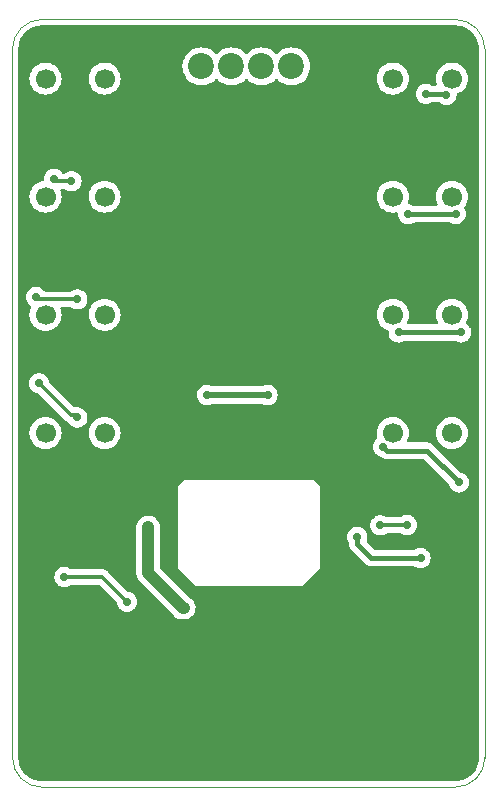
<source format=gbr>
G04 #@! TF.GenerationSoftware,KiCad,Pcbnew,6.0.10+dfsg-1~bpo11+1*
G04 #@! TF.ProjectId,project,70726f6a-6563-4742-9e6b-696361645f70,rev?*
G04 #@! TF.SameCoordinates,Original*
G04 #@! TF.FileFunction,Copper,L2,Bot*
G04 #@! TF.FilePolarity,Positive*
%FSLAX46Y46*%
G04 Gerber Fmt 4.6, Leading zero omitted, Abs format (unit mm)*
%MOMM*%
%LPD*%
G01*
G04 APERTURE LIST*
G04 #@! TA.AperFunction,Profile*
%ADD10C,0.100000*%
G04 #@! TD*
G04 #@! TA.AperFunction,ComponentPad*
%ADD11C,5.600000*%
G04 #@! TD*
G04 #@! TA.AperFunction,ComponentPad*
%ADD12C,1.700000*%
G04 #@! TD*
G04 #@! TA.AperFunction,ComponentPad*
%ADD13C,2.200000*%
G04 #@! TD*
G04 #@! TA.AperFunction,ViaPad*
%ADD14C,0.700000*%
G04 #@! TD*
G04 #@! TA.AperFunction,Conductor*
%ADD15C,1.000000*%
G04 #@! TD*
G04 #@! TA.AperFunction,Conductor*
%ADD16C,0.300000*%
G04 #@! TD*
G04 #@! TA.AperFunction,Conductor*
%ADD17C,0.400000*%
G04 #@! TD*
G04 #@! TA.AperFunction,Conductor*
%ADD18C,0.500000*%
G04 #@! TD*
G04 APERTURE END LIST*
D10*
X167262500Y-129537500D02*
X167262500Y-69537500D01*
X164762500Y-67037500D02*
X129762500Y-67037500D01*
X164762500Y-132037500D02*
G75*
G03*
X167262500Y-129537500I0J2500000D01*
G01*
X127262500Y-129537500D02*
G75*
G03*
X129762500Y-132037500I2500000J0D01*
G01*
X167262500Y-69537500D02*
G75*
G03*
X164762500Y-67037500I-2500000J0D01*
G01*
X164762500Y-132037500D02*
X129762500Y-132037500D01*
X127262500Y-69537500D02*
X127262500Y-129537500D01*
X129762500Y-67037500D02*
G75*
G03*
X127262500Y-69537500I0J-2500000D01*
G01*
D11*
X163762500Y-128537500D03*
D12*
X164462500Y-92037500D03*
X159462500Y-92037500D03*
X135062500Y-82037500D03*
X130062500Y-82037500D03*
X164462500Y-72037500D03*
X159462500Y-72037500D03*
D11*
X130762500Y-128537500D03*
D12*
X159462500Y-102037500D03*
X164462500Y-102037500D03*
X130062500Y-102037500D03*
X135062500Y-102037500D03*
X164462500Y-82037500D03*
X159462500Y-82037500D03*
D11*
X147262500Y-103037500D03*
D12*
X135062500Y-92037500D03*
X130062500Y-92037500D03*
X130062500Y-72037500D03*
X135062500Y-72037500D03*
D13*
X143262500Y-71005500D03*
X145802500Y-71005500D03*
X148342500Y-71005500D03*
X150882500Y-71005500D03*
D14*
X128662500Y-96237500D03*
X137762500Y-127037500D03*
X154662500Y-96037500D03*
X138662500Y-79037500D03*
X155462500Y-96037500D03*
X138762500Y-128037500D03*
X137762500Y-128037500D03*
X138662500Y-89037500D03*
X156262500Y-96037500D03*
X155862500Y-75037500D03*
X161062500Y-123637500D03*
X165862500Y-77837500D03*
X160062500Y-117237500D03*
X135662500Y-129237500D03*
X128662500Y-76237500D03*
X138662500Y-69837500D03*
X138762500Y-127037500D03*
X138662500Y-97037500D03*
X150662500Y-77037500D03*
X165862500Y-87837500D03*
X128662500Y-86237500D03*
X145862500Y-82037500D03*
X155862500Y-85037500D03*
X145862500Y-80037500D03*
X128662500Y-106237500D03*
X145662500Y-77037500D03*
X139762500Y-127037500D03*
X164462500Y-68437500D03*
X133462500Y-115437500D03*
X165862500Y-97837500D03*
X145662500Y-75037500D03*
X150662500Y-75037500D03*
X133462500Y-124637500D03*
X139762500Y-128037500D03*
X134862500Y-129237500D03*
X153862500Y-102437500D03*
X138762500Y-110037500D03*
X141762500Y-116837500D03*
X158413000Y-109862451D03*
X160662000Y-109837500D03*
X131662500Y-114237500D03*
X136962500Y-116337500D03*
X156462500Y-110837500D03*
X161812000Y-112637500D03*
X130762500Y-80537500D03*
X132262000Y-80737000D03*
X132762500Y-90737000D03*
X129262500Y-90537500D03*
X132762500Y-100737000D03*
X129513000Y-97837500D03*
X162262500Y-73338000D03*
X164012000Y-73415216D03*
X164792477Y-83507523D03*
X160758331Y-83532915D03*
X165262500Y-93537500D03*
X159963000Y-93537500D03*
X165062500Y-106237500D03*
X158615993Y-103214141D03*
X143713000Y-98837500D03*
X148862500Y-98837500D03*
D15*
X141762500Y-116837500D02*
X141662500Y-116837500D01*
X138762500Y-113937500D02*
X138762500Y-110037500D01*
X141662500Y-116837500D02*
X138762500Y-113937500D01*
D16*
X158413000Y-109862451D02*
X158437951Y-109837500D01*
X158437951Y-109837500D02*
X160662000Y-109837500D01*
X134862500Y-114237500D02*
X131662500Y-114237500D01*
X136962500Y-116337500D02*
X134862500Y-114237500D01*
D17*
X161812000Y-112637500D02*
X157662500Y-112637500D01*
X157662500Y-112637500D02*
X156462500Y-111437500D01*
X156462500Y-111437500D02*
X156462500Y-110837500D01*
D16*
X130962000Y-80737000D02*
X130762500Y-80537500D01*
X132262000Y-80737000D02*
X130962000Y-80737000D01*
X132762500Y-90737000D02*
X129462000Y-90737000D01*
X129462000Y-90737000D02*
X129262500Y-90537500D01*
X132196931Y-100521431D02*
X132546931Y-100521431D01*
X132546931Y-100521431D02*
X132762500Y-100737000D01*
X129513000Y-97837500D02*
X132196931Y-100521431D01*
D17*
X163934784Y-73338000D02*
X162262500Y-73338000D01*
X164012000Y-73415216D02*
X163934784Y-73338000D01*
X160758331Y-83532915D02*
X160783723Y-83507523D01*
X160783723Y-83507523D02*
X164792477Y-83507523D01*
X159963000Y-93537500D02*
X165262500Y-93537500D01*
X158955421Y-103553569D02*
X158615993Y-103214141D01*
X162378569Y-103553569D02*
X158955421Y-103553569D01*
X165062500Y-106237500D02*
X162378569Y-103553569D01*
D18*
X143713000Y-98837500D02*
X148862500Y-98837500D01*
G04 #@! TA.AperFunction,Conductor*
G36*
X164733143Y-67539500D02*
G01*
X164747450Y-67541728D01*
X164747453Y-67541728D01*
X164756323Y-67543109D01*
X164765225Y-67541945D01*
X164765228Y-67541945D01*
X164772160Y-67541038D01*
X164796739Y-67540244D01*
X165015245Y-67554566D01*
X165031585Y-67556717D01*
X165271909Y-67604520D01*
X165287830Y-67608786D01*
X165519857Y-67687549D01*
X165535083Y-67693856D01*
X165754842Y-67802229D01*
X165769116Y-67810470D01*
X165972853Y-67946603D01*
X165985928Y-67956636D01*
X166170158Y-68118201D01*
X166181799Y-68129842D01*
X166343364Y-68314072D01*
X166353397Y-68327147D01*
X166489530Y-68530884D01*
X166497771Y-68545158D01*
X166606144Y-68764917D01*
X166612451Y-68780143D01*
X166691214Y-69012170D01*
X166695480Y-69028091D01*
X166743283Y-69268415D01*
X166745434Y-69284755D01*
X166759292Y-69496175D01*
X166758329Y-69517802D01*
X166758272Y-69522453D01*
X166756891Y-69531323D01*
X166758055Y-69540225D01*
X166758055Y-69540228D01*
X166760936Y-69562256D01*
X166762000Y-69578593D01*
X166762000Y-129488759D01*
X166760500Y-129508143D01*
X166756891Y-129531323D01*
X166758055Y-129540225D01*
X166758055Y-129540228D01*
X166758962Y-129547160D01*
X166759756Y-129571739D01*
X166745434Y-129790245D01*
X166743283Y-129806585D01*
X166695480Y-130046909D01*
X166691214Y-130062830D01*
X166612451Y-130294857D01*
X166606144Y-130310083D01*
X166497771Y-130529842D01*
X166489530Y-130544116D01*
X166353397Y-130747853D01*
X166343364Y-130760928D01*
X166181799Y-130945158D01*
X166170158Y-130956799D01*
X166075503Y-131039809D01*
X165985928Y-131118364D01*
X165972853Y-131128397D01*
X165769116Y-131264530D01*
X165754842Y-131272771D01*
X165535083Y-131381144D01*
X165519857Y-131387451D01*
X165287830Y-131466214D01*
X165271909Y-131470480D01*
X165031585Y-131518283D01*
X165015245Y-131520434D01*
X164869229Y-131530005D01*
X164803824Y-131534292D01*
X164782198Y-131533329D01*
X164777547Y-131533272D01*
X164768677Y-131531891D01*
X164759775Y-131533055D01*
X164759772Y-131533055D01*
X164737744Y-131535936D01*
X164721407Y-131537000D01*
X129811241Y-131537000D01*
X129791857Y-131535500D01*
X129777550Y-131533272D01*
X129777547Y-131533272D01*
X129768677Y-131531891D01*
X129759775Y-131533055D01*
X129759772Y-131533055D01*
X129752840Y-131533962D01*
X129728261Y-131534756D01*
X129509755Y-131520434D01*
X129493415Y-131518283D01*
X129253091Y-131470480D01*
X129237170Y-131466214D01*
X129005143Y-131387451D01*
X128989917Y-131381144D01*
X128770158Y-131272771D01*
X128755884Y-131264530D01*
X128552147Y-131128397D01*
X128539072Y-131118364D01*
X128449497Y-131039809D01*
X128354842Y-130956799D01*
X128343201Y-130945158D01*
X128181636Y-130760928D01*
X128171603Y-130747853D01*
X128035470Y-130544116D01*
X128027229Y-130529842D01*
X127918856Y-130310083D01*
X127912549Y-130294857D01*
X127833786Y-130062830D01*
X127829520Y-130046909D01*
X127781717Y-129806585D01*
X127779566Y-129790245D01*
X127765944Y-129582421D01*
X127767103Y-129559532D01*
X127766753Y-129559501D01*
X127767187Y-129554661D01*
X127767996Y-129549854D01*
X127768147Y-129537500D01*
X127764273Y-129510449D01*
X127763000Y-129492587D01*
X127763000Y-114237500D01*
X130807315Y-114237500D01*
X130808005Y-114244065D01*
X130818010Y-114339251D01*
X130826003Y-114415303D01*
X130881250Y-114585335D01*
X130884553Y-114591057D01*
X130884554Y-114591058D01*
X130938608Y-114684682D01*
X130970641Y-114740165D01*
X131090270Y-114873026D01*
X131095609Y-114876905D01*
X131161675Y-114924905D01*
X131234907Y-114978112D01*
X131240935Y-114980796D01*
X131240937Y-114980797D01*
X131368295Y-115037500D01*
X131398233Y-115050829D01*
X131485671Y-115069414D01*
X131566652Y-115086628D01*
X131566656Y-115086628D01*
X131573109Y-115088000D01*
X131751891Y-115088000D01*
X131758344Y-115086628D01*
X131758348Y-115086628D01*
X131839329Y-115069414D01*
X131926767Y-115050829D01*
X131956705Y-115037500D01*
X132084065Y-114980796D01*
X132084066Y-114980795D01*
X132090093Y-114978112D01*
X132180999Y-114912064D01*
X132247867Y-114888206D01*
X132255061Y-114888000D01*
X134540864Y-114888000D01*
X134608985Y-114908002D01*
X134629959Y-114924905D01*
X136083370Y-116378316D01*
X136117396Y-116440628D01*
X136119585Y-116454238D01*
X136126003Y-116515303D01*
X136181250Y-116685335D01*
X136270641Y-116840165D01*
X136390270Y-116973026D01*
X136534907Y-117078112D01*
X136540935Y-117080796D01*
X136540937Y-117080797D01*
X136692202Y-117148144D01*
X136698233Y-117150829D01*
X136785671Y-117169414D01*
X136866652Y-117186628D01*
X136866656Y-117186628D01*
X136873109Y-117188000D01*
X137051891Y-117188000D01*
X137058344Y-117186628D01*
X137058348Y-117186628D01*
X137139329Y-117169414D01*
X137226767Y-117150829D01*
X137232798Y-117148144D01*
X137384063Y-117080797D01*
X137384065Y-117080796D01*
X137390093Y-117078112D01*
X137534730Y-116973026D01*
X137654359Y-116840165D01*
X137743750Y-116685335D01*
X137798997Y-116515303D01*
X137817685Y-116337500D01*
X137798997Y-116159697D01*
X137743750Y-115989665D01*
X137654359Y-115834835D01*
X137534730Y-115701974D01*
X137390093Y-115596888D01*
X137384065Y-115594204D01*
X137384063Y-115594203D01*
X137232798Y-115526856D01*
X137232797Y-115526856D01*
X137226767Y-115524171D01*
X137063067Y-115489376D01*
X137000170Y-115455224D01*
X135556099Y-114011153D01*
X137759540Y-114011153D01*
X137760648Y-114017438D01*
X137760649Y-114017448D01*
X137770016Y-114070566D01*
X137771285Y-114079708D01*
X137777380Y-114139716D01*
X137785991Y-114167193D01*
X137789839Y-114182981D01*
X137793727Y-114205035D01*
X137793729Y-114205041D01*
X137794836Y-114211321D01*
X137797186Y-114217256D01*
X137817038Y-114267398D01*
X137820120Y-114276101D01*
X137838162Y-114333672D01*
X137841255Y-114339251D01*
X137852115Y-114358843D01*
X137859067Y-114373549D01*
X137869660Y-114400305D01*
X137873157Y-114405649D01*
X137902686Y-114450774D01*
X137907454Y-114458678D01*
X137936703Y-114511444D01*
X137940855Y-114516288D01*
X137955433Y-114533297D01*
X137965196Y-114546300D01*
X137980955Y-114570382D01*
X137985417Y-114575338D01*
X138024329Y-114614250D01*
X138030902Y-114621348D01*
X138068977Y-114665771D01*
X138074014Y-114669678D01*
X138074016Y-114669680D01*
X138093357Y-114684682D01*
X138105226Y-114695147D01*
X140943611Y-117533532D01*
X140946063Y-117536053D01*
X141005381Y-117598780D01*
X141010611Y-117602442D01*
X141010612Y-117602443D01*
X141054792Y-117633378D01*
X141062157Y-117638948D01*
X141103956Y-117673039D01*
X141103960Y-117673042D01*
X141108903Y-117677073D01*
X141134413Y-117690410D01*
X141148300Y-117698853D01*
X141171879Y-117715363D01*
X141227240Y-117739320D01*
X141235572Y-117743295D01*
X141283373Y-117768284D01*
X141283376Y-117768285D01*
X141289030Y-117771241D01*
X141295157Y-117772998D01*
X141295160Y-117772999D01*
X141308858Y-117776926D01*
X141316701Y-117779175D01*
X141332005Y-117784655D01*
X141358419Y-117796086D01*
X141401781Y-117805145D01*
X141417467Y-117808422D01*
X141426430Y-117810640D01*
X141440460Y-117814663D01*
X141484413Y-117827266D01*
X141513112Y-117829474D01*
X141529205Y-117831765D01*
X141557380Y-117837651D01*
X141562219Y-117837905D01*
X141562222Y-117837905D01*
X141562371Y-117837913D01*
X141562387Y-117837913D01*
X141564039Y-117838000D01*
X141619064Y-117838000D01*
X141628731Y-117838371D01*
X141680710Y-117842371D01*
X141680714Y-117842371D01*
X141687070Y-117842860D01*
X141717672Y-117838994D01*
X141733465Y-117838000D01*
X141813300Y-117838000D01*
X141874674Y-117831766D01*
X141958368Y-117823265D01*
X141958370Y-117823265D01*
X141964716Y-117822620D01*
X142158672Y-117761838D01*
X142336444Y-117663297D01*
X142490771Y-117531023D01*
X142615348Y-117370419D01*
X142705087Y-117188045D01*
X142714781Y-117150829D01*
X142754712Y-116997534D01*
X142754712Y-116997531D01*
X142756322Y-116991352D01*
X142766959Y-116788374D01*
X142736565Y-116587403D01*
X142666381Y-116396648D01*
X142655015Y-116378316D01*
X142562637Y-116229324D01*
X142562634Y-116229320D01*
X142559274Y-116223901D01*
X142419619Y-116076220D01*
X142253121Y-115959637D01*
X142180754Y-115928321D01*
X142141700Y-115901779D01*
X139799905Y-113559985D01*
X139787627Y-113537500D01*
X141262500Y-113537500D01*
X142762500Y-115037500D01*
X151762500Y-115037500D01*
X153262500Y-113537500D01*
X153262500Y-110837500D01*
X155607315Y-110837500D01*
X155626003Y-111015303D01*
X155681250Y-111185335D01*
X155684553Y-111191057D01*
X155684554Y-111191058D01*
X155696901Y-111212443D01*
X155731405Y-111272205D01*
X155745119Y-111295959D01*
X155762000Y-111358959D01*
X155762000Y-111408859D01*
X155761708Y-111417429D01*
X155757822Y-111474430D01*
X155759127Y-111481906D01*
X155759127Y-111481909D01*
X155768678Y-111536632D01*
X155769641Y-111543158D01*
X155777224Y-111605820D01*
X155779909Y-111612927D01*
X155780718Y-111616220D01*
X155784677Y-111630691D01*
X155785666Y-111633967D01*
X155786973Y-111641454D01*
X155790028Y-111648413D01*
X155790028Y-111648414D01*
X155812347Y-111699260D01*
X155814839Y-111705366D01*
X155837155Y-111764423D01*
X155841454Y-111770678D01*
X155843035Y-111773703D01*
X155850325Y-111786799D01*
X155852066Y-111789743D01*
X155855121Y-111796702D01*
X155859746Y-111802730D01*
X155859747Y-111802731D01*
X155893542Y-111846773D01*
X155897419Y-111852109D01*
X155928881Y-111897886D01*
X155928886Y-111897892D01*
X155933188Y-111904151D01*
X155938862Y-111909206D01*
X155979157Y-111945108D01*
X155984433Y-111950089D01*
X157146911Y-113112567D01*
X157152764Y-113118832D01*
X157190331Y-113161896D01*
X157196542Y-113166261D01*
X157196545Y-113166264D01*
X157241993Y-113198205D01*
X157247288Y-113202138D01*
X157296957Y-113241083D01*
X157303884Y-113244211D01*
X157306815Y-113245986D01*
X157319818Y-113253403D01*
X157322832Y-113255019D01*
X157329047Y-113259387D01*
X157336123Y-113262146D01*
X157336127Y-113262148D01*
X157387864Y-113282319D01*
X157393945Y-113284875D01*
X157451484Y-113310855D01*
X157458950Y-113312239D01*
X157462199Y-113313257D01*
X157476664Y-113317377D01*
X157479937Y-113318217D01*
X157487013Y-113320976D01*
X157531683Y-113326856D01*
X157549606Y-113329216D01*
X157556123Y-113330248D01*
X157597535Y-113337923D01*
X157618192Y-113341752D01*
X157625772Y-113341315D01*
X157625773Y-113341315D01*
X157679644Y-113338209D01*
X157686896Y-113338000D01*
X161288258Y-113338000D01*
X161356379Y-113358002D01*
X161362319Y-113362064D01*
X161384407Y-113378112D01*
X161390435Y-113380796D01*
X161390437Y-113380797D01*
X161493888Y-113426856D01*
X161547733Y-113450829D01*
X161635171Y-113469415D01*
X161716152Y-113486628D01*
X161716156Y-113486628D01*
X161722609Y-113488000D01*
X161901391Y-113488000D01*
X161907844Y-113486628D01*
X161907848Y-113486628D01*
X161988829Y-113469414D01*
X162076267Y-113450829D01*
X162130112Y-113426856D01*
X162233563Y-113380797D01*
X162233565Y-113380796D01*
X162239593Y-113378112D01*
X162305472Y-113330248D01*
X162378891Y-113276905D01*
X162384230Y-113273026D01*
X162451600Y-113198205D01*
X162499440Y-113145073D01*
X162499441Y-113145072D01*
X162503859Y-113140165D01*
X162593250Y-112985335D01*
X162648497Y-112815303D01*
X162667185Y-112637500D01*
X162648497Y-112459697D01*
X162593250Y-112289665D01*
X162503859Y-112134835D01*
X162384230Y-112001974D01*
X162309280Y-111947519D01*
X162244935Y-111900769D01*
X162244933Y-111900768D01*
X162239593Y-111896888D01*
X162233565Y-111894204D01*
X162233563Y-111894203D01*
X162082298Y-111826856D01*
X162082297Y-111826856D01*
X162076267Y-111824171D01*
X161975400Y-111802731D01*
X161907848Y-111788372D01*
X161907844Y-111788372D01*
X161901391Y-111787000D01*
X161722609Y-111787000D01*
X161716156Y-111788372D01*
X161716152Y-111788372D01*
X161648600Y-111802731D01*
X161547733Y-111824171D01*
X161541703Y-111826856D01*
X161541702Y-111826856D01*
X161390438Y-111894203D01*
X161390436Y-111894204D01*
X161384408Y-111896888D01*
X161379067Y-111900768D01*
X161379066Y-111900769D01*
X161362320Y-111912936D01*
X161295453Y-111936794D01*
X161288259Y-111937000D01*
X158004847Y-111937000D01*
X157936726Y-111916998D01*
X157915752Y-111900095D01*
X157287862Y-111272205D01*
X157253836Y-111209893D01*
X157257124Y-111144174D01*
X157296957Y-111021582D01*
X157296957Y-111021580D01*
X157298997Y-111015303D01*
X157317685Y-110837500D01*
X157298997Y-110659697D01*
X157296562Y-110652201D01*
X157245792Y-110495950D01*
X157243750Y-110489665D01*
X157234144Y-110473026D01*
X157157662Y-110340556D01*
X157154359Y-110334835D01*
X157149940Y-110329927D01*
X157039145Y-110206877D01*
X157039143Y-110206876D01*
X157034730Y-110201974D01*
X156890093Y-110096888D01*
X156884065Y-110094204D01*
X156884063Y-110094203D01*
X156732798Y-110026856D01*
X156732797Y-110026856D01*
X156726767Y-110024171D01*
X156639329Y-110005585D01*
X156558348Y-109988372D01*
X156558344Y-109988372D01*
X156551891Y-109987000D01*
X156373109Y-109987000D01*
X156366656Y-109988372D01*
X156366652Y-109988372D01*
X156285671Y-110005586D01*
X156198233Y-110024171D01*
X156192203Y-110026856D01*
X156192202Y-110026856D01*
X156040938Y-110094203D01*
X156040936Y-110094204D01*
X156034908Y-110096888D01*
X155890270Y-110201974D01*
X155885857Y-110206876D01*
X155885855Y-110206877D01*
X155775060Y-110329927D01*
X155770641Y-110334835D01*
X155767338Y-110340556D01*
X155690857Y-110473026D01*
X155681250Y-110489665D01*
X155679208Y-110495950D01*
X155628439Y-110652201D01*
X155626003Y-110659697D01*
X155607315Y-110837500D01*
X153262500Y-110837500D01*
X153262500Y-109862451D01*
X157557815Y-109862451D01*
X157558505Y-109869016D01*
X157573881Y-110015303D01*
X157576503Y-110040254D01*
X157631750Y-110210286D01*
X157721141Y-110365116D01*
X157725559Y-110370023D01*
X157725560Y-110370024D01*
X157831787Y-110488000D01*
X157840770Y-110497977D01*
X157846109Y-110501856D01*
X157945728Y-110574234D01*
X157985407Y-110603063D01*
X157991435Y-110605747D01*
X157991437Y-110605748D01*
X158142702Y-110673095D01*
X158148733Y-110675780D01*
X158206224Y-110688000D01*
X158317152Y-110711579D01*
X158317156Y-110711579D01*
X158323609Y-110712951D01*
X158502391Y-110712951D01*
X158508844Y-110711579D01*
X158508848Y-110711579D01*
X158619776Y-110688000D01*
X158677267Y-110675780D01*
X158683298Y-110673095D01*
X158834563Y-110605748D01*
X158834565Y-110605747D01*
X158840593Y-110603063D01*
X158880273Y-110574234D01*
X158965841Y-110512064D01*
X159032708Y-110488206D01*
X159039902Y-110488000D01*
X160069439Y-110488000D01*
X160137560Y-110508002D01*
X160143498Y-110512062D01*
X160234407Y-110578112D01*
X160240434Y-110580795D01*
X160240435Y-110580796D01*
X160391702Y-110648144D01*
X160397733Y-110650829D01*
X160470335Y-110666261D01*
X160566152Y-110686628D01*
X160566156Y-110686628D01*
X160572609Y-110688000D01*
X160751391Y-110688000D01*
X160757844Y-110686628D01*
X160757848Y-110686628D01*
X160853665Y-110666261D01*
X160926267Y-110650829D01*
X160932298Y-110648144D01*
X161083563Y-110580797D01*
X161083565Y-110580796D01*
X161089593Y-110578112D01*
X161234230Y-110473026D01*
X161353859Y-110340165D01*
X161364122Y-110322388D01*
X161439946Y-110191058D01*
X161439947Y-110191057D01*
X161443250Y-110185335D01*
X161495616Y-110024171D01*
X161496457Y-110021582D01*
X161496457Y-110021580D01*
X161498497Y-110015303D01*
X161501838Y-109983521D01*
X161516495Y-109844065D01*
X161517185Y-109837500D01*
X161501809Y-109691212D01*
X161499187Y-109666261D01*
X161499187Y-109666260D01*
X161498497Y-109659697D01*
X161443250Y-109489665D01*
X161425377Y-109458707D01*
X161357162Y-109340556D01*
X161353859Y-109334835D01*
X161330803Y-109309229D01*
X161238645Y-109206877D01*
X161238643Y-109206876D01*
X161234230Y-109201974D01*
X161180499Y-109162936D01*
X161094935Y-109100769D01*
X161094933Y-109100768D01*
X161089593Y-109096888D01*
X161083565Y-109094204D01*
X161083563Y-109094203D01*
X160932298Y-109026856D01*
X160932297Y-109026856D01*
X160926267Y-109024171D01*
X160838829Y-109005585D01*
X160757848Y-108988372D01*
X160757844Y-108988372D01*
X160751391Y-108987000D01*
X160572609Y-108987000D01*
X160566156Y-108988372D01*
X160566152Y-108988372D01*
X160485171Y-109005585D01*
X160397733Y-109024171D01*
X160391703Y-109026856D01*
X160391702Y-109026856D01*
X160240438Y-109094203D01*
X160240436Y-109094204D01*
X160234408Y-109096888D01*
X160229067Y-109100768D01*
X160229066Y-109100769D01*
X160143501Y-109162936D01*
X160076633Y-109186794D01*
X160069440Y-109187000D01*
X158971219Y-109187000D01*
X158903098Y-109166998D01*
X158897158Y-109162936D01*
X158845935Y-109125720D01*
X158845934Y-109125719D01*
X158840593Y-109121839D01*
X158834565Y-109119155D01*
X158834563Y-109119154D01*
X158683298Y-109051807D01*
X158683297Y-109051807D01*
X158677267Y-109049122D01*
X158559882Y-109024171D01*
X158508848Y-109013323D01*
X158508844Y-109013323D01*
X158502391Y-109011951D01*
X158323609Y-109011951D01*
X158317156Y-109013323D01*
X158317152Y-109013323D01*
X158266118Y-109024171D01*
X158148733Y-109049122D01*
X158142703Y-109051807D01*
X158142702Y-109051807D01*
X157991438Y-109119154D01*
X157991436Y-109119155D01*
X157985408Y-109121839D01*
X157840770Y-109226925D01*
X157836357Y-109231827D01*
X157836355Y-109231828D01*
X157766663Y-109309229D01*
X157721141Y-109359786D01*
X157717838Y-109365507D01*
X157649460Y-109483942D01*
X157631750Y-109514616D01*
X157629708Y-109520901D01*
X157590579Y-109641328D01*
X157576503Y-109684648D01*
X157557815Y-109862451D01*
X153262500Y-109862451D01*
X153262500Y-106537500D01*
X152762500Y-106037500D01*
X141762500Y-106037500D01*
X141262500Y-106537500D01*
X141262500Y-113537500D01*
X139787627Y-113537500D01*
X139765880Y-113497673D01*
X139763000Y-113470890D01*
X139763000Y-109986700D01*
X139751046Y-109869016D01*
X139748265Y-109841632D01*
X139748265Y-109841630D01*
X139747620Y-109835284D01*
X139686838Y-109641328D01*
X139588297Y-109463556D01*
X139456023Y-109309229D01*
X139295419Y-109184652D01*
X139113045Y-109094913D01*
X139106867Y-109093304D01*
X139106865Y-109093303D01*
X138922534Y-109045288D01*
X138922531Y-109045288D01*
X138916352Y-109043678D01*
X138835172Y-109039424D01*
X138719756Y-109033375D01*
X138719752Y-109033375D01*
X138713374Y-109033041D01*
X138512403Y-109063435D01*
X138321648Y-109133619D01*
X138316228Y-109136979D01*
X138316227Y-109136980D01*
X138154324Y-109237363D01*
X138154320Y-109237366D01*
X138148901Y-109240726D01*
X138144263Y-109245112D01*
X138022999Y-109359786D01*
X138001220Y-109380381D01*
X137884637Y-109546879D01*
X137803914Y-109733419D01*
X137762349Y-109932380D01*
X137762000Y-109939039D01*
X137762000Y-113921330D01*
X137761951Y-113924849D01*
X137759540Y-114011153D01*
X135556099Y-114011153D01*
X135379748Y-113834802D01*
X135371907Y-113826185D01*
X135367702Y-113819560D01*
X135316683Y-113771650D01*
X135313842Y-113768896D01*
X135293535Y-113748589D01*
X135290404Y-113746160D01*
X135290398Y-113746155D01*
X135290123Y-113745942D01*
X135281110Y-113738245D01*
X135247893Y-113707052D01*
X135238571Y-113701927D01*
X135229434Y-113696904D01*
X135212910Y-113686050D01*
X135202527Y-113677996D01*
X135202526Y-113677995D01*
X135196264Y-113673138D01*
X135154452Y-113655045D01*
X135143807Y-113649830D01*
X135103868Y-113627873D01*
X135096189Y-113625902D01*
X135096188Y-113625901D01*
X135083459Y-113622633D01*
X135064750Y-113616227D01*
X135052700Y-113611012D01*
X135052695Y-113611010D01*
X135045426Y-113607865D01*
X135000430Y-113600738D01*
X134988810Y-113598331D01*
X134952360Y-113588972D01*
X134952355Y-113588971D01*
X134944677Y-113587000D01*
X134923616Y-113587000D01*
X134903904Y-113585449D01*
X134902598Y-113585242D01*
X134883095Y-113582153D01*
X134875204Y-113582899D01*
X134837735Y-113586441D01*
X134825877Y-113587000D01*
X132255061Y-113587000D01*
X132186940Y-113566998D01*
X132180999Y-113562936D01*
X132176938Y-113559985D01*
X132090093Y-113496888D01*
X132084063Y-113494203D01*
X131932798Y-113426856D01*
X131932797Y-113426856D01*
X131926767Y-113424171D01*
X131839329Y-113405586D01*
X131758348Y-113388372D01*
X131758344Y-113388372D01*
X131751891Y-113387000D01*
X131573109Y-113387000D01*
X131566656Y-113388372D01*
X131566652Y-113388372D01*
X131485671Y-113405586D01*
X131398233Y-113424171D01*
X131392203Y-113426856D01*
X131392202Y-113426856D01*
X131240938Y-113494203D01*
X131240936Y-113494204D01*
X131234908Y-113496888D01*
X131229567Y-113500768D01*
X131229566Y-113500769D01*
X131168646Y-113545030D01*
X131090270Y-113601974D01*
X131085857Y-113606876D01*
X131085855Y-113606877D01*
X130995657Y-113707052D01*
X130970641Y-113734835D01*
X130881250Y-113889665D01*
X130879208Y-113895950D01*
X130839731Y-114017448D01*
X130826003Y-114059697D01*
X130825313Y-114066260D01*
X130825313Y-114066261D01*
X130817593Y-114139716D01*
X130807315Y-114237500D01*
X127763000Y-114237500D01*
X127763000Y-102037500D01*
X128706841Y-102037500D01*
X128727437Y-102272908D01*
X128728861Y-102278222D01*
X128728861Y-102278223D01*
X128778973Y-102465244D01*
X128788597Y-102501163D01*
X128790919Y-102506143D01*
X128790920Y-102506145D01*
X128885578Y-102709137D01*
X128888465Y-102715329D01*
X129024005Y-102908901D01*
X129191099Y-103075995D01*
X129195607Y-103079152D01*
X129195610Y-103079154D01*
X129379016Y-103207576D01*
X129384670Y-103211535D01*
X129389652Y-103213858D01*
X129389657Y-103213861D01*
X129593855Y-103309080D01*
X129598837Y-103311403D01*
X129604145Y-103312825D01*
X129604147Y-103312826D01*
X129821777Y-103371139D01*
X129827092Y-103372563D01*
X130062500Y-103393159D01*
X130297908Y-103372563D01*
X130303223Y-103371139D01*
X130520853Y-103312826D01*
X130520855Y-103312825D01*
X130526163Y-103311403D01*
X130531145Y-103309080D01*
X130735343Y-103213861D01*
X130735348Y-103213858D01*
X130740330Y-103211535D01*
X130745984Y-103207576D01*
X130929390Y-103079154D01*
X130929393Y-103079152D01*
X130933901Y-103075995D01*
X131100995Y-102908901D01*
X131236535Y-102715329D01*
X131239423Y-102709137D01*
X131334080Y-102506145D01*
X131334081Y-102506143D01*
X131336403Y-102501163D01*
X131346028Y-102465244D01*
X131396139Y-102278223D01*
X131396139Y-102278222D01*
X131397563Y-102272908D01*
X131418159Y-102037500D01*
X133706841Y-102037500D01*
X133727437Y-102272908D01*
X133728861Y-102278222D01*
X133728861Y-102278223D01*
X133778973Y-102465244D01*
X133788597Y-102501163D01*
X133790919Y-102506143D01*
X133790920Y-102506145D01*
X133885578Y-102709137D01*
X133888465Y-102715329D01*
X134024005Y-102908901D01*
X134191099Y-103075995D01*
X134195607Y-103079152D01*
X134195610Y-103079154D01*
X134379016Y-103207576D01*
X134384670Y-103211535D01*
X134389652Y-103213858D01*
X134389657Y-103213861D01*
X134593855Y-103309080D01*
X134598837Y-103311403D01*
X134604145Y-103312825D01*
X134604147Y-103312826D01*
X134821777Y-103371139D01*
X134827092Y-103372563D01*
X135062500Y-103393159D01*
X135297908Y-103372563D01*
X135303223Y-103371139D01*
X135520853Y-103312826D01*
X135520855Y-103312825D01*
X135526163Y-103311403D01*
X135531145Y-103309080D01*
X135734743Y-103214141D01*
X157760808Y-103214141D01*
X157779496Y-103391944D01*
X157834743Y-103561976D01*
X157924134Y-103716806D01*
X158043763Y-103849667D01*
X158188400Y-103954753D01*
X158194428Y-103957437D01*
X158194430Y-103957438D01*
X158345695Y-104024785D01*
X158351726Y-104027470D01*
X158358181Y-104028842D01*
X158358184Y-104028843D01*
X158419247Y-104041822D01*
X158477361Y-104071433D01*
X158478260Y-104072242D01*
X158483252Y-104077965D01*
X158534894Y-104114259D01*
X158540179Y-104118185D01*
X158583897Y-104152464D01*
X158583901Y-104152466D01*
X158589878Y-104157153D01*
X158596801Y-104160279D01*
X158599749Y-104162064D01*
X158612709Y-104169456D01*
X158615755Y-104171089D01*
X158621968Y-104175456D01*
X158680787Y-104198389D01*
X158686866Y-104200944D01*
X158744405Y-104226924D01*
X158751876Y-104228309D01*
X158755144Y-104229333D01*
X158769585Y-104233446D01*
X158772858Y-104234286D01*
X158779934Y-104237045D01*
X158824604Y-104242925D01*
X158842527Y-104245285D01*
X158849044Y-104246317D01*
X158890456Y-104253992D01*
X158911113Y-104257821D01*
X158918693Y-104257384D01*
X158918694Y-104257384D01*
X158972565Y-104254278D01*
X158979817Y-104254069D01*
X162036223Y-104254069D01*
X162104344Y-104274071D01*
X162125318Y-104290974D01*
X164194125Y-106359782D01*
X164224532Y-106415781D01*
X164226003Y-106415303D01*
X164281250Y-106585335D01*
X164370641Y-106740165D01*
X164490270Y-106873026D01*
X164634907Y-106978112D01*
X164640935Y-106980796D01*
X164640937Y-106980797D01*
X164792202Y-107048144D01*
X164798233Y-107050829D01*
X164885671Y-107069415D01*
X164966652Y-107086628D01*
X164966656Y-107086628D01*
X164973109Y-107088000D01*
X165151891Y-107088000D01*
X165158344Y-107086628D01*
X165158348Y-107086628D01*
X165239329Y-107069414D01*
X165326767Y-107050829D01*
X165332798Y-107048144D01*
X165484063Y-106980797D01*
X165484065Y-106980796D01*
X165490093Y-106978112D01*
X165634730Y-106873026D01*
X165754359Y-106740165D01*
X165843750Y-106585335D01*
X165898997Y-106415303D01*
X165917685Y-106237500D01*
X165898997Y-106059697D01*
X165894232Y-106045030D01*
X165845792Y-105895950D01*
X165843750Y-105889665D01*
X165754359Y-105734835D01*
X165634730Y-105601974D01*
X165490093Y-105496888D01*
X165484065Y-105494204D01*
X165484063Y-105494203D01*
X165332798Y-105426856D01*
X165332797Y-105426856D01*
X165326767Y-105424171D01*
X165252865Y-105408462D01*
X165189968Y-105374311D01*
X162894151Y-103078494D01*
X162888297Y-103072228D01*
X162855734Y-103034900D01*
X162850738Y-103029173D01*
X162799096Y-102992879D01*
X162793811Y-102988953D01*
X162750093Y-102954674D01*
X162750089Y-102954672D01*
X162744112Y-102949985D01*
X162737189Y-102946859D01*
X162734241Y-102945074D01*
X162721281Y-102937682D01*
X162718235Y-102936049D01*
X162712022Y-102931682D01*
X162653202Y-102908749D01*
X162647123Y-102906193D01*
X162589585Y-102880214D01*
X162582114Y-102878829D01*
X162578846Y-102877805D01*
X162564405Y-102873692D01*
X162561132Y-102872852D01*
X162554056Y-102870093D01*
X162509386Y-102864213D01*
X162491463Y-102861853D01*
X162484946Y-102860821D01*
X162430344Y-102850701D01*
X162422877Y-102849317D01*
X162415297Y-102849754D01*
X162415296Y-102849754D01*
X162361425Y-102852860D01*
X162354173Y-102853069D01*
X160770087Y-102853069D01*
X160701966Y-102833067D01*
X160655473Y-102779411D01*
X160645369Y-102709137D01*
X160655892Y-102673819D01*
X160734080Y-102506145D01*
X160734081Y-102506143D01*
X160736403Y-102501163D01*
X160746028Y-102465244D01*
X160796139Y-102278223D01*
X160796139Y-102278222D01*
X160797563Y-102272908D01*
X160818159Y-102037500D01*
X163106841Y-102037500D01*
X163127437Y-102272908D01*
X163128861Y-102278222D01*
X163128861Y-102278223D01*
X163178973Y-102465244D01*
X163188597Y-102501163D01*
X163190919Y-102506143D01*
X163190920Y-102506145D01*
X163285578Y-102709137D01*
X163288465Y-102715329D01*
X163424005Y-102908901D01*
X163591099Y-103075995D01*
X163595607Y-103079152D01*
X163595610Y-103079154D01*
X163779016Y-103207576D01*
X163784670Y-103211535D01*
X163789652Y-103213858D01*
X163789657Y-103213861D01*
X163993855Y-103309080D01*
X163998837Y-103311403D01*
X164004145Y-103312825D01*
X164004147Y-103312826D01*
X164221777Y-103371139D01*
X164227092Y-103372563D01*
X164462500Y-103393159D01*
X164697908Y-103372563D01*
X164703223Y-103371139D01*
X164920853Y-103312826D01*
X164920855Y-103312825D01*
X164926163Y-103311403D01*
X164931145Y-103309080D01*
X165135343Y-103213861D01*
X165135348Y-103213858D01*
X165140330Y-103211535D01*
X165145984Y-103207576D01*
X165329390Y-103079154D01*
X165329393Y-103079152D01*
X165333901Y-103075995D01*
X165500995Y-102908901D01*
X165636535Y-102715329D01*
X165639423Y-102709137D01*
X165734080Y-102506145D01*
X165734081Y-102506143D01*
X165736403Y-102501163D01*
X165746028Y-102465244D01*
X165796139Y-102278223D01*
X165796139Y-102278222D01*
X165797563Y-102272908D01*
X165818159Y-102037500D01*
X165797563Y-101802092D01*
X165740064Y-101587500D01*
X165737826Y-101579147D01*
X165737825Y-101579145D01*
X165736403Y-101573837D01*
X165691532Y-101477612D01*
X165638858Y-101364652D01*
X165638856Y-101364649D01*
X165636535Y-101359671D01*
X165500995Y-101166099D01*
X165333901Y-100999005D01*
X165329393Y-100995848D01*
X165329390Y-100995846D01*
X165144839Y-100866622D01*
X165144836Y-100866620D01*
X165140330Y-100863465D01*
X165135348Y-100861142D01*
X165135343Y-100861139D01*
X164931145Y-100765920D01*
X164931144Y-100765919D01*
X164926163Y-100763597D01*
X164920855Y-100762175D01*
X164920853Y-100762174D01*
X164703223Y-100703861D01*
X164703222Y-100703861D01*
X164697908Y-100702437D01*
X164462500Y-100681841D01*
X164227092Y-100702437D01*
X164221778Y-100703861D01*
X164221777Y-100703861D01*
X164004147Y-100762174D01*
X164004145Y-100762175D01*
X163998837Y-100763597D01*
X163993857Y-100765919D01*
X163993855Y-100765920D01*
X163789652Y-100861142D01*
X163789649Y-100861144D01*
X163784671Y-100863465D01*
X163591099Y-100999005D01*
X163424005Y-101166099D01*
X163288465Y-101359671D01*
X163286144Y-101364649D01*
X163286142Y-101364652D01*
X163233468Y-101477612D01*
X163188597Y-101573837D01*
X163187175Y-101579145D01*
X163187174Y-101579147D01*
X163184936Y-101587500D01*
X163127437Y-101802092D01*
X163106841Y-102037500D01*
X160818159Y-102037500D01*
X160797563Y-101802092D01*
X160740064Y-101587500D01*
X160737826Y-101579147D01*
X160737825Y-101579145D01*
X160736403Y-101573837D01*
X160691532Y-101477612D01*
X160638858Y-101364652D01*
X160638856Y-101364649D01*
X160636535Y-101359671D01*
X160500995Y-101166099D01*
X160333901Y-100999005D01*
X160329393Y-100995848D01*
X160329390Y-100995846D01*
X160144839Y-100866622D01*
X160144836Y-100866620D01*
X160140330Y-100863465D01*
X160135348Y-100861142D01*
X160135343Y-100861139D01*
X159931145Y-100765920D01*
X159931144Y-100765919D01*
X159926163Y-100763597D01*
X159920855Y-100762175D01*
X159920853Y-100762174D01*
X159703223Y-100703861D01*
X159703222Y-100703861D01*
X159697908Y-100702437D01*
X159462500Y-100681841D01*
X159227092Y-100702437D01*
X159221778Y-100703861D01*
X159221777Y-100703861D01*
X159004147Y-100762174D01*
X159004145Y-100762175D01*
X158998837Y-100763597D01*
X158993857Y-100765919D01*
X158993855Y-100765920D01*
X158789652Y-100861142D01*
X158789649Y-100861144D01*
X158784671Y-100863465D01*
X158591099Y-100999005D01*
X158424005Y-101166099D01*
X158288465Y-101359671D01*
X158286144Y-101364649D01*
X158286142Y-101364652D01*
X158233468Y-101477612D01*
X158188597Y-101573837D01*
X158187175Y-101579145D01*
X158187174Y-101579147D01*
X158184936Y-101587500D01*
X158127437Y-101802092D01*
X158106841Y-102037500D01*
X158127437Y-102272908D01*
X158128861Y-102278223D01*
X158128862Y-102278226D01*
X158159954Y-102394268D01*
X158158264Y-102465244D01*
X158118469Y-102524040D01*
X158112308Y-102528814D01*
X158043763Y-102578615D01*
X158039350Y-102583517D01*
X158039348Y-102583518D01*
X157928553Y-102706568D01*
X157924134Y-102711476D01*
X157920831Y-102717197D01*
X157843753Y-102850701D01*
X157834743Y-102866306D01*
X157779496Y-103036338D01*
X157760808Y-103214141D01*
X135734743Y-103214141D01*
X135735343Y-103213861D01*
X135735348Y-103213858D01*
X135740330Y-103211535D01*
X135745984Y-103207576D01*
X135929390Y-103079154D01*
X135929393Y-103079152D01*
X135933901Y-103075995D01*
X136100995Y-102908901D01*
X136236535Y-102715329D01*
X136239423Y-102709137D01*
X136334080Y-102506145D01*
X136334081Y-102506143D01*
X136336403Y-102501163D01*
X136346028Y-102465244D01*
X136396139Y-102278223D01*
X136396139Y-102278222D01*
X136397563Y-102272908D01*
X136418159Y-102037500D01*
X136397563Y-101802092D01*
X136340064Y-101587500D01*
X136337826Y-101579147D01*
X136337825Y-101579145D01*
X136336403Y-101573837D01*
X136291532Y-101477612D01*
X136238858Y-101364652D01*
X136238856Y-101364649D01*
X136236535Y-101359671D01*
X136100995Y-101166099D01*
X135933901Y-100999005D01*
X135929393Y-100995848D01*
X135929390Y-100995846D01*
X135744839Y-100866622D01*
X135744836Y-100866620D01*
X135740330Y-100863465D01*
X135735348Y-100861142D01*
X135735343Y-100861139D01*
X135531145Y-100765920D01*
X135531144Y-100765919D01*
X135526163Y-100763597D01*
X135520855Y-100762175D01*
X135520853Y-100762174D01*
X135303223Y-100703861D01*
X135303222Y-100703861D01*
X135297908Y-100702437D01*
X135062500Y-100681841D01*
X134827092Y-100702437D01*
X134821778Y-100703861D01*
X134821777Y-100703861D01*
X134604147Y-100762174D01*
X134604145Y-100762175D01*
X134598837Y-100763597D01*
X134593857Y-100765919D01*
X134593855Y-100765920D01*
X134389652Y-100861142D01*
X134389649Y-100861144D01*
X134384671Y-100863465D01*
X134191099Y-100999005D01*
X134024005Y-101166099D01*
X133888465Y-101359671D01*
X133886144Y-101364649D01*
X133886142Y-101364652D01*
X133833468Y-101477612D01*
X133788597Y-101573837D01*
X133787175Y-101579145D01*
X133787174Y-101579147D01*
X133784936Y-101587500D01*
X133727437Y-101802092D01*
X133706841Y-102037500D01*
X131418159Y-102037500D01*
X131397563Y-101802092D01*
X131340064Y-101587500D01*
X131337826Y-101579147D01*
X131337825Y-101579145D01*
X131336403Y-101573837D01*
X131291532Y-101477612D01*
X131238858Y-101364652D01*
X131238856Y-101364649D01*
X131236535Y-101359671D01*
X131100995Y-101166099D01*
X130933901Y-100999005D01*
X130929393Y-100995848D01*
X130929390Y-100995846D01*
X130744839Y-100866622D01*
X130744836Y-100866620D01*
X130740330Y-100863465D01*
X130735348Y-100861142D01*
X130735343Y-100861139D01*
X130531145Y-100765920D01*
X130531144Y-100765919D01*
X130526163Y-100763597D01*
X130520855Y-100762175D01*
X130520853Y-100762174D01*
X130303223Y-100703861D01*
X130303222Y-100703861D01*
X130297908Y-100702437D01*
X130062500Y-100681841D01*
X129827092Y-100702437D01*
X129821778Y-100703861D01*
X129821777Y-100703861D01*
X129604147Y-100762174D01*
X129604145Y-100762175D01*
X129598837Y-100763597D01*
X129593857Y-100765919D01*
X129593855Y-100765920D01*
X129389652Y-100861142D01*
X129389649Y-100861144D01*
X129384671Y-100863465D01*
X129191099Y-100999005D01*
X129024005Y-101166099D01*
X128888465Y-101359671D01*
X128886144Y-101364649D01*
X128886142Y-101364652D01*
X128833468Y-101477612D01*
X128788597Y-101573837D01*
X128787175Y-101579145D01*
X128787174Y-101579147D01*
X128784936Y-101587500D01*
X128727437Y-101802092D01*
X128706841Y-102037500D01*
X127763000Y-102037500D01*
X127763000Y-97837500D01*
X128657815Y-97837500D01*
X128676503Y-98015303D01*
X128678543Y-98021580D01*
X128678543Y-98021582D01*
X128699799Y-98087000D01*
X128731750Y-98185335D01*
X128735053Y-98191057D01*
X128735054Y-98191058D01*
X128744187Y-98206877D01*
X128821141Y-98340165D01*
X128940770Y-98473026D01*
X129085407Y-98578112D01*
X129091435Y-98580796D01*
X129091437Y-98580797D01*
X129242702Y-98648144D01*
X129248733Y-98650829D01*
X129412433Y-98685624D01*
X129475330Y-98719776D01*
X131679683Y-100924129D01*
X131687524Y-100932746D01*
X131691729Y-100939371D01*
X131697508Y-100944798D01*
X131697509Y-100944799D01*
X131742747Y-100987280D01*
X131745589Y-100990035D01*
X131765897Y-101010343D01*
X131769034Y-101012776D01*
X131769303Y-101012985D01*
X131778333Y-101020697D01*
X131811538Y-101051879D01*
X131830001Y-101062030D01*
X131846521Y-101072881D01*
X131863168Y-101085794D01*
X131904977Y-101103886D01*
X131915637Y-101109108D01*
X131955563Y-101131058D01*
X131963242Y-101133030D01*
X131963243Y-101133030D01*
X131965755Y-101133675D01*
X131967507Y-101134718D01*
X131970611Y-101135947D01*
X131970413Y-101136448D01*
X132026760Y-101169992D01*
X132043534Y-101192713D01*
X132070641Y-101239665D01*
X132190270Y-101372526D01*
X132334907Y-101477612D01*
X132340935Y-101480296D01*
X132340937Y-101480297D01*
X132492202Y-101547644D01*
X132498233Y-101550329D01*
X132585391Y-101568855D01*
X132666652Y-101586128D01*
X132666656Y-101586128D01*
X132673109Y-101587500D01*
X132851891Y-101587500D01*
X132858344Y-101586128D01*
X132858348Y-101586128D01*
X132939609Y-101568855D01*
X133026767Y-101550329D01*
X133032798Y-101547644D01*
X133184063Y-101480297D01*
X133184065Y-101480296D01*
X133190093Y-101477612D01*
X133334730Y-101372526D01*
X133454359Y-101239665D01*
X133543750Y-101084835D01*
X133593114Y-100932910D01*
X133596957Y-100921082D01*
X133596957Y-100921080D01*
X133598997Y-100914803D01*
X133617685Y-100737000D01*
X133598997Y-100559197D01*
X133543750Y-100389165D01*
X133454359Y-100234335D01*
X133334730Y-100101474D01*
X133190093Y-99996388D01*
X133184065Y-99993704D01*
X133184063Y-99993703D01*
X133032798Y-99926356D01*
X133032797Y-99926356D01*
X133026767Y-99923671D01*
X132939329Y-99905086D01*
X132858348Y-99887872D01*
X132858344Y-99887872D01*
X132851891Y-99886500D01*
X132706341Y-99886500D01*
X132686657Y-99884953D01*
X132684893Y-99884674D01*
X132673241Y-99882262D01*
X132636791Y-99872903D01*
X132636786Y-99872902D01*
X132629108Y-99870931D01*
X132608047Y-99870931D01*
X132588335Y-99869380D01*
X132587029Y-99869173D01*
X132567526Y-99866084D01*
X132529712Y-99869659D01*
X132460012Y-99856157D01*
X132428759Y-99833313D01*
X131432946Y-98837500D01*
X142857815Y-98837500D01*
X142876503Y-99015303D01*
X142931750Y-99185335D01*
X143021141Y-99340165D01*
X143140770Y-99473026D01*
X143285407Y-99578112D01*
X143291435Y-99580796D01*
X143291437Y-99580797D01*
X143332082Y-99598893D01*
X143448733Y-99650829D01*
X143536171Y-99669414D01*
X143617152Y-99686628D01*
X143617156Y-99686628D01*
X143623609Y-99688000D01*
X143802391Y-99688000D01*
X143808844Y-99686628D01*
X143808848Y-99686628D01*
X143889829Y-99669415D01*
X143977267Y-99650829D01*
X144093918Y-99598893D01*
X144145167Y-99588000D01*
X148430333Y-99588000D01*
X148481582Y-99598893D01*
X148598233Y-99650829D01*
X148685671Y-99669414D01*
X148766652Y-99686628D01*
X148766656Y-99686628D01*
X148773109Y-99688000D01*
X148951891Y-99688000D01*
X148958344Y-99686628D01*
X148958348Y-99686628D01*
X149039329Y-99669415D01*
X149126767Y-99650829D01*
X149243418Y-99598893D01*
X149284063Y-99580797D01*
X149284065Y-99580796D01*
X149290093Y-99578112D01*
X149434730Y-99473026D01*
X149554359Y-99340165D01*
X149643750Y-99185335D01*
X149698997Y-99015303D01*
X149717685Y-98837500D01*
X149698997Y-98659697D01*
X149696562Y-98652201D01*
X149645792Y-98495950D01*
X149643750Y-98489665D01*
X149634144Y-98473026D01*
X149557662Y-98340556D01*
X149554359Y-98334835D01*
X149434730Y-98201974D01*
X149290093Y-98096888D01*
X149284065Y-98094204D01*
X149284063Y-98094203D01*
X149132798Y-98026856D01*
X149132797Y-98026856D01*
X149126767Y-98024171D01*
X149039329Y-98005585D01*
X148958348Y-97988372D01*
X148958344Y-97988372D01*
X148951891Y-97987000D01*
X148773109Y-97987000D01*
X148766656Y-97988372D01*
X148766652Y-97988372D01*
X148685671Y-98005585D01*
X148598233Y-98024171D01*
X148592203Y-98026856D01*
X148592202Y-98026856D01*
X148481583Y-98076107D01*
X148430334Y-98087000D01*
X144145167Y-98087000D01*
X144093918Y-98076107D01*
X143983298Y-98026856D01*
X143983297Y-98026856D01*
X143977267Y-98024171D01*
X143889829Y-98005585D01*
X143808848Y-97988372D01*
X143808844Y-97988372D01*
X143802391Y-97987000D01*
X143623609Y-97987000D01*
X143617156Y-97988372D01*
X143617152Y-97988372D01*
X143536171Y-98005585D01*
X143448733Y-98024171D01*
X143442703Y-98026856D01*
X143442702Y-98026856D01*
X143291438Y-98094203D01*
X143291436Y-98094204D01*
X143285408Y-98096888D01*
X143140770Y-98201974D01*
X143021141Y-98334835D01*
X143017838Y-98340556D01*
X142941357Y-98473026D01*
X142931750Y-98489665D01*
X142929708Y-98495950D01*
X142878939Y-98652201D01*
X142876503Y-98659697D01*
X142857815Y-98837500D01*
X131432946Y-98837500D01*
X130392130Y-97796684D01*
X130358104Y-97734372D01*
X130355915Y-97720760D01*
X130350187Y-97666261D01*
X130350187Y-97666260D01*
X130349497Y-97659697D01*
X130294250Y-97489665D01*
X130204859Y-97334835D01*
X130085230Y-97201974D01*
X129940593Y-97096888D01*
X129934565Y-97094204D01*
X129934563Y-97094203D01*
X129783298Y-97026856D01*
X129783297Y-97026856D01*
X129777267Y-97024171D01*
X129689829Y-97005586D01*
X129608848Y-96988372D01*
X129608844Y-96988372D01*
X129602391Y-96987000D01*
X129423609Y-96987000D01*
X129417156Y-96988372D01*
X129417152Y-96988372D01*
X129336171Y-97005586D01*
X129248733Y-97024171D01*
X129242703Y-97026856D01*
X129242702Y-97026856D01*
X129091438Y-97094203D01*
X129091436Y-97094204D01*
X129085408Y-97096888D01*
X128940770Y-97201974D01*
X128821141Y-97334835D01*
X128731750Y-97489665D01*
X128676503Y-97659697D01*
X128657815Y-97837500D01*
X127763000Y-97837500D01*
X127763000Y-90537500D01*
X128407315Y-90537500D01*
X128408005Y-90544065D01*
X128408936Y-90552918D01*
X128426003Y-90715303D01*
X128428043Y-90721580D01*
X128428043Y-90721582D01*
X128457793Y-90813141D01*
X128481250Y-90885335D01*
X128484553Y-90891057D01*
X128484554Y-90891058D01*
X128545053Y-90995846D01*
X128570641Y-91040165D01*
X128575059Y-91045072D01*
X128575060Y-91045073D01*
X128680526Y-91162204D01*
X128690270Y-91173026D01*
X128819291Y-91266766D01*
X128862643Y-91322988D01*
X128868718Y-91393724D01*
X128859423Y-91421951D01*
X128835278Y-91473731D01*
X128788597Y-91573837D01*
X128787175Y-91579145D01*
X128787174Y-91579147D01*
X128784936Y-91587500D01*
X128727437Y-91802092D01*
X128706841Y-92037500D01*
X128727437Y-92272908D01*
X128788597Y-92501163D01*
X128790919Y-92506143D01*
X128790920Y-92506145D01*
X128872586Y-92681276D01*
X128888465Y-92715329D01*
X129024005Y-92908901D01*
X129191099Y-93075995D01*
X129195607Y-93079152D01*
X129195610Y-93079154D01*
X129345263Y-93183942D01*
X129384670Y-93211535D01*
X129389652Y-93213858D01*
X129389657Y-93213861D01*
X129593855Y-93309080D01*
X129598837Y-93311403D01*
X129604145Y-93312825D01*
X129604147Y-93312826D01*
X129803572Y-93366261D01*
X129827092Y-93372563D01*
X130062500Y-93393159D01*
X130297908Y-93372563D01*
X130321428Y-93366261D01*
X130520853Y-93312826D01*
X130520855Y-93312825D01*
X130526163Y-93311403D01*
X130531145Y-93309080D01*
X130735343Y-93213861D01*
X130735348Y-93213858D01*
X130740330Y-93211535D01*
X130779737Y-93183942D01*
X130929390Y-93079154D01*
X130929393Y-93079152D01*
X130933901Y-93075995D01*
X131100995Y-92908901D01*
X131236535Y-92715329D01*
X131252415Y-92681276D01*
X131334080Y-92506145D01*
X131334081Y-92506143D01*
X131336403Y-92501163D01*
X131397563Y-92272908D01*
X131418159Y-92037500D01*
X133706841Y-92037500D01*
X133727437Y-92272908D01*
X133788597Y-92501163D01*
X133790919Y-92506143D01*
X133790920Y-92506145D01*
X133872586Y-92681276D01*
X133888465Y-92715329D01*
X134024005Y-92908901D01*
X134191099Y-93075995D01*
X134195607Y-93079152D01*
X134195610Y-93079154D01*
X134345263Y-93183942D01*
X134384670Y-93211535D01*
X134389652Y-93213858D01*
X134389657Y-93213861D01*
X134593855Y-93309080D01*
X134598837Y-93311403D01*
X134604145Y-93312825D01*
X134604147Y-93312826D01*
X134803572Y-93366261D01*
X134827092Y-93372563D01*
X135062500Y-93393159D01*
X135297908Y-93372563D01*
X135321428Y-93366261D01*
X135520853Y-93312826D01*
X135520855Y-93312825D01*
X135526163Y-93311403D01*
X135531145Y-93309080D01*
X135735343Y-93213861D01*
X135735348Y-93213858D01*
X135740330Y-93211535D01*
X135779737Y-93183942D01*
X135929390Y-93079154D01*
X135929393Y-93079152D01*
X135933901Y-93075995D01*
X136100995Y-92908901D01*
X136236535Y-92715329D01*
X136252415Y-92681276D01*
X136334080Y-92506145D01*
X136334081Y-92506143D01*
X136336403Y-92501163D01*
X136397563Y-92272908D01*
X136418159Y-92037500D01*
X158106841Y-92037500D01*
X158127437Y-92272908D01*
X158188597Y-92501163D01*
X158190919Y-92506143D01*
X158190920Y-92506145D01*
X158272586Y-92681276D01*
X158288465Y-92715329D01*
X158424005Y-92908901D01*
X158591099Y-93075995D01*
X158595607Y-93079152D01*
X158595610Y-93079154D01*
X158745263Y-93183942D01*
X158784670Y-93211535D01*
X158789652Y-93213858D01*
X158789657Y-93213861D01*
X158993855Y-93309080D01*
X158998837Y-93311403D01*
X159004145Y-93312825D01*
X159004147Y-93312826D01*
X159023995Y-93318144D01*
X159084618Y-93355096D01*
X159115639Y-93418956D01*
X159116694Y-93453022D01*
X159107815Y-93537500D01*
X159126503Y-93715303D01*
X159181750Y-93885335D01*
X159271141Y-94040165D01*
X159390770Y-94173026D01*
X159396109Y-94176905D01*
X159480482Y-94238206D01*
X159535407Y-94278112D01*
X159541435Y-94280796D01*
X159541437Y-94280797D01*
X159692702Y-94348144D01*
X159698733Y-94350829D01*
X159786171Y-94369415D01*
X159867152Y-94386628D01*
X159867156Y-94386628D01*
X159873609Y-94388000D01*
X160052391Y-94388000D01*
X160058844Y-94386628D01*
X160058848Y-94386628D01*
X160139829Y-94369414D01*
X160227267Y-94350829D01*
X160233298Y-94348144D01*
X160384563Y-94280797D01*
X160384565Y-94280796D01*
X160390593Y-94278112D01*
X160412681Y-94262064D01*
X160479548Y-94238206D01*
X160486742Y-94238000D01*
X164738758Y-94238000D01*
X164806879Y-94258002D01*
X164812819Y-94262064D01*
X164834907Y-94278112D01*
X164840935Y-94280796D01*
X164840937Y-94280797D01*
X164992202Y-94348144D01*
X164998233Y-94350829D01*
X165085671Y-94369415D01*
X165166652Y-94386628D01*
X165166656Y-94386628D01*
X165173109Y-94388000D01*
X165351891Y-94388000D01*
X165358344Y-94386628D01*
X165358348Y-94386628D01*
X165439329Y-94369414D01*
X165526767Y-94350829D01*
X165532798Y-94348144D01*
X165684063Y-94280797D01*
X165684065Y-94280796D01*
X165690093Y-94278112D01*
X165745019Y-94238206D01*
X165829391Y-94176905D01*
X165834730Y-94173026D01*
X165954359Y-94040165D01*
X166043750Y-93885335D01*
X166098997Y-93715303D01*
X166117685Y-93537500D01*
X166098997Y-93359697D01*
X166082551Y-93309080D01*
X166045792Y-93195950D01*
X166043750Y-93189665D01*
X165954359Y-93034835D01*
X165949940Y-93029927D01*
X165839145Y-92906877D01*
X165839143Y-92906876D01*
X165834730Y-92901974D01*
X165705709Y-92808234D01*
X165662357Y-92752012D01*
X165656282Y-92681276D01*
X165665577Y-92653049D01*
X165734080Y-92506145D01*
X165734081Y-92506143D01*
X165736403Y-92501163D01*
X165797563Y-92272908D01*
X165818159Y-92037500D01*
X165797563Y-91802092D01*
X165740064Y-91587500D01*
X165737826Y-91579147D01*
X165737825Y-91579145D01*
X165736403Y-91573837D01*
X165689724Y-91473734D01*
X165638858Y-91364652D01*
X165638856Y-91364649D01*
X165636535Y-91359671D01*
X165500995Y-91166099D01*
X165333901Y-90999005D01*
X165329393Y-90995848D01*
X165329390Y-90995846D01*
X165144839Y-90866622D01*
X165144836Y-90866620D01*
X165140330Y-90863465D01*
X165135348Y-90861142D01*
X165135343Y-90861139D01*
X164931145Y-90765920D01*
X164931144Y-90765919D01*
X164926163Y-90763597D01*
X164920855Y-90762175D01*
X164920853Y-90762174D01*
X164703223Y-90703861D01*
X164703222Y-90703861D01*
X164697908Y-90702437D01*
X164462500Y-90681841D01*
X164227092Y-90702437D01*
X164221778Y-90703861D01*
X164221777Y-90703861D01*
X164004147Y-90762174D01*
X164004145Y-90762175D01*
X163998837Y-90763597D01*
X163993857Y-90765919D01*
X163993855Y-90765920D01*
X163789652Y-90861142D01*
X163789649Y-90861144D01*
X163784671Y-90863465D01*
X163591099Y-90999005D01*
X163424005Y-91166099D01*
X163288465Y-91359671D01*
X163286144Y-91364649D01*
X163286142Y-91364652D01*
X163235276Y-91473734D01*
X163188597Y-91573837D01*
X163187175Y-91579145D01*
X163187174Y-91579147D01*
X163184936Y-91587500D01*
X163127437Y-91802092D01*
X163106841Y-92037500D01*
X163127437Y-92272908D01*
X163188597Y-92501163D01*
X163190919Y-92506143D01*
X163190920Y-92506145D01*
X163261615Y-92657750D01*
X163272276Y-92727942D01*
X163243296Y-92792754D01*
X163183876Y-92831611D01*
X163147420Y-92837000D01*
X160777580Y-92837000D01*
X160709459Y-92816998D01*
X160662966Y-92763342D01*
X160652862Y-92693068D01*
X160663385Y-92657750D01*
X160734080Y-92506145D01*
X160734081Y-92506143D01*
X160736403Y-92501163D01*
X160797563Y-92272908D01*
X160818159Y-92037500D01*
X160797563Y-91802092D01*
X160740064Y-91587500D01*
X160737826Y-91579147D01*
X160737825Y-91579145D01*
X160736403Y-91573837D01*
X160689724Y-91473734D01*
X160638858Y-91364652D01*
X160638856Y-91364649D01*
X160636535Y-91359671D01*
X160500995Y-91166099D01*
X160333901Y-90999005D01*
X160329393Y-90995848D01*
X160329390Y-90995846D01*
X160144839Y-90866622D01*
X160144836Y-90866620D01*
X160140330Y-90863465D01*
X160135348Y-90861142D01*
X160135343Y-90861139D01*
X159931145Y-90765920D01*
X159931144Y-90765919D01*
X159926163Y-90763597D01*
X159920855Y-90762175D01*
X159920853Y-90762174D01*
X159703223Y-90703861D01*
X159703222Y-90703861D01*
X159697908Y-90702437D01*
X159462500Y-90681841D01*
X159227092Y-90702437D01*
X159221778Y-90703861D01*
X159221777Y-90703861D01*
X159004147Y-90762174D01*
X159004145Y-90762175D01*
X158998837Y-90763597D01*
X158993857Y-90765919D01*
X158993855Y-90765920D01*
X158789652Y-90861142D01*
X158789649Y-90861144D01*
X158784671Y-90863465D01*
X158591099Y-90999005D01*
X158424005Y-91166099D01*
X158288465Y-91359671D01*
X158286144Y-91364649D01*
X158286142Y-91364652D01*
X158235276Y-91473734D01*
X158188597Y-91573837D01*
X158187175Y-91579145D01*
X158187174Y-91579147D01*
X158184936Y-91587500D01*
X158127437Y-91802092D01*
X158106841Y-92037500D01*
X136418159Y-92037500D01*
X136397563Y-91802092D01*
X136340064Y-91587500D01*
X136337826Y-91579147D01*
X136337825Y-91579145D01*
X136336403Y-91573837D01*
X136289724Y-91473734D01*
X136238858Y-91364652D01*
X136238856Y-91364649D01*
X136236535Y-91359671D01*
X136100995Y-91166099D01*
X135933901Y-90999005D01*
X135929393Y-90995848D01*
X135929390Y-90995846D01*
X135744839Y-90866622D01*
X135744836Y-90866620D01*
X135740330Y-90863465D01*
X135735348Y-90861142D01*
X135735343Y-90861139D01*
X135531145Y-90765920D01*
X135531144Y-90765919D01*
X135526163Y-90763597D01*
X135520855Y-90762175D01*
X135520853Y-90762174D01*
X135303223Y-90703861D01*
X135303222Y-90703861D01*
X135297908Y-90702437D01*
X135062500Y-90681841D01*
X134827092Y-90702437D01*
X134821778Y-90703861D01*
X134821777Y-90703861D01*
X134604147Y-90762174D01*
X134604145Y-90762175D01*
X134598837Y-90763597D01*
X134593857Y-90765919D01*
X134593855Y-90765920D01*
X134389652Y-90861142D01*
X134389649Y-90861144D01*
X134384671Y-90863465D01*
X134191099Y-90999005D01*
X134024005Y-91166099D01*
X133888465Y-91359671D01*
X133886144Y-91364649D01*
X133886142Y-91364652D01*
X133835276Y-91473734D01*
X133788597Y-91573837D01*
X133787175Y-91579145D01*
X133787174Y-91579147D01*
X133784936Y-91587500D01*
X133727437Y-91802092D01*
X133706841Y-92037500D01*
X131418159Y-92037500D01*
X131397563Y-91802092D01*
X131340064Y-91587500D01*
X131337826Y-91579147D01*
X131337825Y-91579145D01*
X131336403Y-91573837D01*
X131333100Y-91566754D01*
X131332946Y-91565740D01*
X131332197Y-91563682D01*
X131332610Y-91563532D01*
X131322437Y-91496562D01*
X131351414Y-91431749D01*
X131410833Y-91392890D01*
X131447293Y-91387500D01*
X132169939Y-91387500D01*
X132238060Y-91407502D01*
X132243998Y-91411562D01*
X132334907Y-91477612D01*
X132340934Y-91480295D01*
X132340935Y-91480296D01*
X132492202Y-91547644D01*
X132498233Y-91550329D01*
X132575507Y-91566754D01*
X132666652Y-91586128D01*
X132666656Y-91586128D01*
X132673109Y-91587500D01*
X132851891Y-91587500D01*
X132858344Y-91586128D01*
X132858348Y-91586128D01*
X132949493Y-91566754D01*
X133026767Y-91550329D01*
X133032798Y-91547644D01*
X133184063Y-91480297D01*
X133184065Y-91480296D01*
X133190093Y-91477612D01*
X133253218Y-91431749D01*
X133329391Y-91376405D01*
X133334730Y-91372526D01*
X133379335Y-91322988D01*
X133449940Y-91244573D01*
X133449941Y-91244572D01*
X133454359Y-91239665D01*
X133543750Y-91084835D01*
X133598997Y-90914803D01*
X133617685Y-90737000D01*
X133616995Y-90730435D01*
X133599687Y-90565761D01*
X133599687Y-90565760D01*
X133598997Y-90559197D01*
X133543750Y-90389165D01*
X133530527Y-90366261D01*
X133457662Y-90240056D01*
X133454359Y-90234335D01*
X133334730Y-90101474D01*
X133280999Y-90062436D01*
X133195435Y-90000269D01*
X133195433Y-90000268D01*
X133190093Y-89996388D01*
X133184065Y-89993704D01*
X133184063Y-89993703D01*
X133032798Y-89926356D01*
X133032797Y-89926356D01*
X133026767Y-89923671D01*
X132924691Y-89901974D01*
X132858348Y-89887872D01*
X132858344Y-89887872D01*
X132851891Y-89886500D01*
X132673109Y-89886500D01*
X132666656Y-89887872D01*
X132666652Y-89887872D01*
X132600309Y-89901974D01*
X132498233Y-89923671D01*
X132492203Y-89926356D01*
X132492202Y-89926356D01*
X132340938Y-89993703D01*
X132340936Y-89993704D01*
X132334908Y-89996388D01*
X132329567Y-90000268D01*
X132329566Y-90000269D01*
X132244001Y-90062436D01*
X132177133Y-90086294D01*
X132169940Y-90086500D01*
X130055243Y-90086500D01*
X129987122Y-90066498D01*
X129955273Y-90036417D01*
X129954359Y-90034835D01*
X129917324Y-89993703D01*
X129839145Y-89906877D01*
X129839143Y-89906876D01*
X129834730Y-89901974D01*
X129690093Y-89796888D01*
X129684065Y-89794204D01*
X129684063Y-89794203D01*
X129532798Y-89726856D01*
X129532797Y-89726856D01*
X129526767Y-89724171D01*
X129439329Y-89705585D01*
X129358348Y-89688372D01*
X129358344Y-89688372D01*
X129351891Y-89687000D01*
X129173109Y-89687000D01*
X129166656Y-89688372D01*
X129166652Y-89688372D01*
X129085671Y-89705585D01*
X128998233Y-89724171D01*
X128992203Y-89726856D01*
X128992202Y-89726856D01*
X128840938Y-89794203D01*
X128840936Y-89794204D01*
X128834908Y-89796888D01*
X128690270Y-89901974D01*
X128685857Y-89906876D01*
X128685855Y-89906877D01*
X128605259Y-89996388D01*
X128570641Y-90034835D01*
X128567338Y-90040556D01*
X128534407Y-90097595D01*
X128481250Y-90189665D01*
X128426003Y-90359697D01*
X128407315Y-90537500D01*
X127763000Y-90537500D01*
X127763000Y-82037500D01*
X128706841Y-82037500D01*
X128727437Y-82272908D01*
X128788597Y-82501163D01*
X128790919Y-82506143D01*
X128790920Y-82506145D01*
X128880368Y-82697964D01*
X128888465Y-82715329D01*
X129024005Y-82908901D01*
X129191099Y-83075995D01*
X129195607Y-83079152D01*
X129195610Y-83079154D01*
X129380161Y-83208378D01*
X129384670Y-83211535D01*
X129389652Y-83213858D01*
X129389657Y-83213861D01*
X129587201Y-83305977D01*
X129598837Y-83311403D01*
X129604145Y-83312825D01*
X129604147Y-83312826D01*
X129821777Y-83371139D01*
X129827092Y-83372563D01*
X130062500Y-83393159D01*
X130297908Y-83372563D01*
X130303223Y-83371139D01*
X130520853Y-83312826D01*
X130520855Y-83312825D01*
X130526163Y-83311403D01*
X130537799Y-83305977D01*
X130735343Y-83213861D01*
X130735348Y-83213858D01*
X130740330Y-83211535D01*
X130744839Y-83208378D01*
X130929390Y-83079154D01*
X130929393Y-83079152D01*
X130933901Y-83075995D01*
X131100995Y-82908901D01*
X131236535Y-82715329D01*
X131244633Y-82697964D01*
X131334080Y-82506145D01*
X131334081Y-82506143D01*
X131336403Y-82501163D01*
X131397563Y-82272908D01*
X131418159Y-82037500D01*
X133706841Y-82037500D01*
X133727437Y-82272908D01*
X133788597Y-82501163D01*
X133790919Y-82506143D01*
X133790920Y-82506145D01*
X133880368Y-82697964D01*
X133888465Y-82715329D01*
X134024005Y-82908901D01*
X134191099Y-83075995D01*
X134195607Y-83079152D01*
X134195610Y-83079154D01*
X134380161Y-83208378D01*
X134384670Y-83211535D01*
X134389652Y-83213858D01*
X134389657Y-83213861D01*
X134587201Y-83305977D01*
X134598837Y-83311403D01*
X134604145Y-83312825D01*
X134604147Y-83312826D01*
X134821777Y-83371139D01*
X134827092Y-83372563D01*
X135062500Y-83393159D01*
X135297908Y-83372563D01*
X135303223Y-83371139D01*
X135520853Y-83312826D01*
X135520855Y-83312825D01*
X135526163Y-83311403D01*
X135537799Y-83305977D01*
X135735343Y-83213861D01*
X135735348Y-83213858D01*
X135740330Y-83211535D01*
X135744839Y-83208378D01*
X135929390Y-83079154D01*
X135929393Y-83079152D01*
X135933901Y-83075995D01*
X136100995Y-82908901D01*
X136236535Y-82715329D01*
X136244633Y-82697964D01*
X136334080Y-82506145D01*
X136334081Y-82506143D01*
X136336403Y-82501163D01*
X136397563Y-82272908D01*
X136418159Y-82037500D01*
X158106841Y-82037500D01*
X158127437Y-82272908D01*
X158188597Y-82501163D01*
X158190919Y-82506143D01*
X158190920Y-82506145D01*
X158280368Y-82697964D01*
X158288465Y-82715329D01*
X158424005Y-82908901D01*
X158591099Y-83075995D01*
X158595607Y-83079152D01*
X158595610Y-83079154D01*
X158780161Y-83208378D01*
X158784670Y-83211535D01*
X158789652Y-83213858D01*
X158789657Y-83213861D01*
X158987201Y-83305977D01*
X158998837Y-83311403D01*
X159004145Y-83312825D01*
X159004147Y-83312826D01*
X159221777Y-83371139D01*
X159227092Y-83372563D01*
X159462500Y-83393159D01*
X159697908Y-83372563D01*
X159749351Y-83358779D01*
X159820328Y-83360469D01*
X159879123Y-83400263D01*
X159907071Y-83465528D01*
X159907272Y-83493656D01*
X159903146Y-83532915D01*
X159921834Y-83710718D01*
X159977081Y-83880750D01*
X160066472Y-84035580D01*
X160070890Y-84040487D01*
X160070891Y-84040488D01*
X160166731Y-84146928D01*
X160186101Y-84168441D01*
X160191440Y-84172320D01*
X160290448Y-84244254D01*
X160330738Y-84273527D01*
X160336766Y-84276211D01*
X160336768Y-84276212D01*
X160488033Y-84343559D01*
X160494064Y-84346244D01*
X160581502Y-84364830D01*
X160662483Y-84382043D01*
X160662487Y-84382043D01*
X160668940Y-84383415D01*
X160847722Y-84383415D01*
X160854175Y-84382043D01*
X160854179Y-84382043D01*
X160935160Y-84364830D01*
X161022598Y-84346244D01*
X161028629Y-84343559D01*
X161179894Y-84276212D01*
X161179896Y-84276211D01*
X161185924Y-84273527D01*
X161217178Y-84250820D01*
X161242961Y-84232087D01*
X161309829Y-84208229D01*
X161317022Y-84208023D01*
X164268735Y-84208023D01*
X164336856Y-84228025D01*
X164342796Y-84232087D01*
X164364884Y-84248135D01*
X164370912Y-84250819D01*
X164370914Y-84250820D01*
X164427946Y-84276212D01*
X164528210Y-84320852D01*
X164615648Y-84339437D01*
X164696629Y-84356651D01*
X164696633Y-84356651D01*
X164703086Y-84358023D01*
X164881868Y-84358023D01*
X164888321Y-84356651D01*
X164888325Y-84356651D01*
X164969306Y-84339438D01*
X165056744Y-84320852D01*
X165157008Y-84276212D01*
X165214040Y-84250820D01*
X165214042Y-84250819D01*
X165220070Y-84248135D01*
X165274996Y-84208229D01*
X165359368Y-84146928D01*
X165364707Y-84143049D01*
X165484336Y-84010188D01*
X165573727Y-83855358D01*
X165597184Y-83783164D01*
X165626934Y-83691605D01*
X165626934Y-83691603D01*
X165628974Y-83685326D01*
X165647662Y-83507523D01*
X165628974Y-83329720D01*
X165623023Y-83311403D01*
X165575769Y-83165973D01*
X165573727Y-83159688D01*
X165501634Y-83034820D01*
X165484897Y-82965827D01*
X165507540Y-82899554D01*
X165636535Y-82715329D01*
X165644633Y-82697964D01*
X165734080Y-82506145D01*
X165734081Y-82506143D01*
X165736403Y-82501163D01*
X165797563Y-82272908D01*
X165818159Y-82037500D01*
X165797563Y-81802092D01*
X165740064Y-81587500D01*
X165737826Y-81579147D01*
X165737825Y-81579145D01*
X165736403Y-81573837D01*
X165689724Y-81473734D01*
X165638858Y-81364652D01*
X165638856Y-81364649D01*
X165636535Y-81359671D01*
X165500995Y-81166099D01*
X165333901Y-80999005D01*
X165329393Y-80995848D01*
X165329390Y-80995846D01*
X165144839Y-80866622D01*
X165144836Y-80866620D01*
X165140330Y-80863465D01*
X165135348Y-80861142D01*
X165135343Y-80861139D01*
X164931145Y-80765920D01*
X164931144Y-80765919D01*
X164926163Y-80763597D01*
X164920855Y-80762175D01*
X164920853Y-80762174D01*
X164703223Y-80703861D01*
X164703222Y-80703861D01*
X164697908Y-80702437D01*
X164462500Y-80681841D01*
X164227092Y-80702437D01*
X164221778Y-80703861D01*
X164221777Y-80703861D01*
X164004147Y-80762174D01*
X164004145Y-80762175D01*
X163998837Y-80763597D01*
X163993857Y-80765919D01*
X163993855Y-80765920D01*
X163789652Y-80861142D01*
X163789649Y-80861144D01*
X163784671Y-80863465D01*
X163591099Y-80999005D01*
X163424005Y-81166099D01*
X163288465Y-81359671D01*
X163286144Y-81364649D01*
X163286142Y-81364652D01*
X163235276Y-81473734D01*
X163188597Y-81573837D01*
X163187175Y-81579145D01*
X163187174Y-81579147D01*
X163184936Y-81587500D01*
X163127437Y-81802092D01*
X163106841Y-82037500D01*
X163127437Y-82272908D01*
X163188597Y-82501163D01*
X163190919Y-82506143D01*
X163190920Y-82506145D01*
X163247637Y-82627773D01*
X163258298Y-82697964D01*
X163229318Y-82762777D01*
X163169899Y-82801634D01*
X163133442Y-82807023D01*
X161243802Y-82807023D01*
X161186237Y-82791599D01*
X161185924Y-82792303D01*
X161119608Y-82762777D01*
X161028629Y-82722271D01*
X161028628Y-82722271D01*
X161022598Y-82719586D01*
X160911893Y-82696055D01*
X160854178Y-82683787D01*
X160854176Y-82683787D01*
X160847722Y-82682415D01*
X160841119Y-82682415D01*
X160836407Y-82681920D01*
X160770750Y-82654909D01*
X160730118Y-82596689D01*
X160727413Y-82525744D01*
X160732506Y-82511430D01*
X160732197Y-82511318D01*
X160734080Y-82506145D01*
X160736403Y-82501163D01*
X160797563Y-82272908D01*
X160818159Y-82037500D01*
X160797563Y-81802092D01*
X160740064Y-81587500D01*
X160737826Y-81579147D01*
X160737825Y-81579145D01*
X160736403Y-81573837D01*
X160689724Y-81473734D01*
X160638858Y-81364652D01*
X160638856Y-81364649D01*
X160636535Y-81359671D01*
X160500995Y-81166099D01*
X160333901Y-80999005D01*
X160329393Y-80995848D01*
X160329390Y-80995846D01*
X160144839Y-80866622D01*
X160144836Y-80866620D01*
X160140330Y-80863465D01*
X160135348Y-80861142D01*
X160135343Y-80861139D01*
X159931145Y-80765920D01*
X159931144Y-80765919D01*
X159926163Y-80763597D01*
X159920855Y-80762175D01*
X159920853Y-80762174D01*
X159703223Y-80703861D01*
X159703222Y-80703861D01*
X159697908Y-80702437D01*
X159462500Y-80681841D01*
X159227092Y-80702437D01*
X159221778Y-80703861D01*
X159221777Y-80703861D01*
X159004147Y-80762174D01*
X159004145Y-80762175D01*
X158998837Y-80763597D01*
X158993857Y-80765919D01*
X158993855Y-80765920D01*
X158789652Y-80861142D01*
X158789649Y-80861144D01*
X158784671Y-80863465D01*
X158591099Y-80999005D01*
X158424005Y-81166099D01*
X158288465Y-81359671D01*
X158286144Y-81364649D01*
X158286142Y-81364652D01*
X158235276Y-81473734D01*
X158188597Y-81573837D01*
X158187175Y-81579145D01*
X158187174Y-81579147D01*
X158184936Y-81587500D01*
X158127437Y-81802092D01*
X158106841Y-82037500D01*
X136418159Y-82037500D01*
X136397563Y-81802092D01*
X136340064Y-81587500D01*
X136337826Y-81579147D01*
X136337825Y-81579145D01*
X136336403Y-81573837D01*
X136289724Y-81473734D01*
X136238858Y-81364652D01*
X136238856Y-81364649D01*
X136236535Y-81359671D01*
X136100995Y-81166099D01*
X135933901Y-80999005D01*
X135929393Y-80995848D01*
X135929390Y-80995846D01*
X135744839Y-80866622D01*
X135744836Y-80866620D01*
X135740330Y-80863465D01*
X135735348Y-80861142D01*
X135735343Y-80861139D01*
X135531145Y-80765920D01*
X135531144Y-80765919D01*
X135526163Y-80763597D01*
X135520855Y-80762175D01*
X135520853Y-80762174D01*
X135303223Y-80703861D01*
X135303222Y-80703861D01*
X135297908Y-80702437D01*
X135062500Y-80681841D01*
X134827092Y-80702437D01*
X134821778Y-80703861D01*
X134821777Y-80703861D01*
X134604147Y-80762174D01*
X134604145Y-80762175D01*
X134598837Y-80763597D01*
X134593857Y-80765919D01*
X134593855Y-80765920D01*
X134389652Y-80861142D01*
X134389649Y-80861144D01*
X134384671Y-80863465D01*
X134191099Y-80999005D01*
X134024005Y-81166099D01*
X133888465Y-81359671D01*
X133886144Y-81364649D01*
X133886142Y-81364652D01*
X133835276Y-81473734D01*
X133788597Y-81573837D01*
X133787175Y-81579145D01*
X133787174Y-81579147D01*
X133784936Y-81587500D01*
X133727437Y-81802092D01*
X133706841Y-82037500D01*
X131418159Y-82037500D01*
X131397563Y-81802092D01*
X131340064Y-81587500D01*
X131337826Y-81579147D01*
X131337825Y-81579145D01*
X131336403Y-81573837D01*
X131333100Y-81566754D01*
X131332946Y-81565740D01*
X131332197Y-81563682D01*
X131332610Y-81563532D01*
X131322437Y-81496562D01*
X131351414Y-81431749D01*
X131410833Y-81392890D01*
X131447293Y-81387500D01*
X131669439Y-81387500D01*
X131737560Y-81407502D01*
X131743498Y-81411562D01*
X131834407Y-81477612D01*
X131840434Y-81480295D01*
X131840435Y-81480296D01*
X131991702Y-81547644D01*
X131997733Y-81550329D01*
X132075007Y-81566754D01*
X132166152Y-81586128D01*
X132166156Y-81586128D01*
X132172609Y-81587500D01*
X132351391Y-81587500D01*
X132357844Y-81586128D01*
X132357848Y-81586128D01*
X132448993Y-81566754D01*
X132526267Y-81550329D01*
X132532298Y-81547644D01*
X132683563Y-81480297D01*
X132683565Y-81480296D01*
X132689593Y-81477612D01*
X132752718Y-81431749D01*
X132828891Y-81376405D01*
X132834230Y-81372526D01*
X132953859Y-81239665D01*
X133043250Y-81084835D01*
X133098497Y-80914803D01*
X133117185Y-80737000D01*
X133098497Y-80559197D01*
X133043250Y-80389165D01*
X133030027Y-80366261D01*
X132957162Y-80240056D01*
X132953859Y-80234335D01*
X132834230Y-80101474D01*
X132780499Y-80062436D01*
X132694935Y-80000269D01*
X132694933Y-80000268D01*
X132689593Y-79996388D01*
X132683565Y-79993704D01*
X132683563Y-79993703D01*
X132532298Y-79926356D01*
X132532297Y-79926356D01*
X132526267Y-79923671D01*
X132424191Y-79901974D01*
X132357848Y-79887872D01*
X132357844Y-79887872D01*
X132351391Y-79886500D01*
X132172609Y-79886500D01*
X132166156Y-79887872D01*
X132166152Y-79887872D01*
X132099809Y-79901974D01*
X131997733Y-79923671D01*
X131991703Y-79926356D01*
X131991702Y-79926356D01*
X131840438Y-79993703D01*
X131840436Y-79993704D01*
X131834408Y-79996388D01*
X131829067Y-80000268D01*
X131829066Y-80000269D01*
X131743501Y-80062436D01*
X131676633Y-80086294D01*
X131669440Y-80086500D01*
X131555243Y-80086500D01*
X131487122Y-80066498D01*
X131455273Y-80036417D01*
X131454359Y-80034835D01*
X131417324Y-79993703D01*
X131339145Y-79906877D01*
X131339143Y-79906876D01*
X131334730Y-79901974D01*
X131190093Y-79796888D01*
X131184065Y-79794204D01*
X131184063Y-79794203D01*
X131032798Y-79726856D01*
X131032797Y-79726856D01*
X131026767Y-79724171D01*
X130939329Y-79705585D01*
X130858348Y-79688372D01*
X130858344Y-79688372D01*
X130851891Y-79687000D01*
X130673109Y-79687000D01*
X130666656Y-79688372D01*
X130666652Y-79688372D01*
X130585671Y-79705585D01*
X130498233Y-79724171D01*
X130492203Y-79726856D01*
X130492202Y-79726856D01*
X130340938Y-79794203D01*
X130340936Y-79794204D01*
X130334908Y-79796888D01*
X130190270Y-79901974D01*
X130185857Y-79906876D01*
X130185855Y-79906877D01*
X130105259Y-79996388D01*
X130070641Y-80034835D01*
X130067338Y-80040556D01*
X130034407Y-80097595D01*
X129981250Y-80189665D01*
X129926003Y-80359697D01*
X129907315Y-80537500D01*
X129910730Y-80569988D01*
X129897959Y-80639824D01*
X129849458Y-80691672D01*
X129818032Y-80704865D01*
X129731076Y-80728164D01*
X129604147Y-80762174D01*
X129604145Y-80762175D01*
X129598837Y-80763597D01*
X129593857Y-80765919D01*
X129593855Y-80765920D01*
X129389652Y-80861142D01*
X129389649Y-80861144D01*
X129384671Y-80863465D01*
X129191099Y-80999005D01*
X129024005Y-81166099D01*
X128888465Y-81359671D01*
X128886144Y-81364649D01*
X128886142Y-81364652D01*
X128835276Y-81473734D01*
X128788597Y-81573837D01*
X128787175Y-81579145D01*
X128787174Y-81579147D01*
X128784936Y-81587500D01*
X128727437Y-81802092D01*
X128706841Y-82037500D01*
X127763000Y-82037500D01*
X127763000Y-72037500D01*
X128706841Y-72037500D01*
X128727437Y-72272908D01*
X128728861Y-72278222D01*
X128728861Y-72278223D01*
X128785304Y-72488872D01*
X128788597Y-72501163D01*
X128790919Y-72506143D01*
X128790920Y-72506145D01*
X128882471Y-72702474D01*
X128888465Y-72715329D01*
X129024005Y-72908901D01*
X129191099Y-73075995D01*
X129195607Y-73079152D01*
X129195610Y-73079154D01*
X129320726Y-73166761D01*
X129384670Y-73211535D01*
X129389652Y-73213858D01*
X129389657Y-73213861D01*
X129593855Y-73309080D01*
X129598837Y-73311403D01*
X129604145Y-73312825D01*
X129604147Y-73312826D01*
X129821777Y-73371139D01*
X129827092Y-73372563D01*
X130062500Y-73393159D01*
X130297908Y-73372563D01*
X130303223Y-73371139D01*
X130520853Y-73312826D01*
X130520855Y-73312825D01*
X130526163Y-73311403D01*
X130531145Y-73309080D01*
X130735343Y-73213861D01*
X130735348Y-73213858D01*
X130740330Y-73211535D01*
X130804274Y-73166761D01*
X130929390Y-73079154D01*
X130929393Y-73079152D01*
X130933901Y-73075995D01*
X131100995Y-72908901D01*
X131236535Y-72715329D01*
X131242530Y-72702474D01*
X131334080Y-72506145D01*
X131334081Y-72506143D01*
X131336403Y-72501163D01*
X131339697Y-72488872D01*
X131396139Y-72278223D01*
X131396139Y-72278222D01*
X131397563Y-72272908D01*
X131418159Y-72037500D01*
X133706841Y-72037500D01*
X133727437Y-72272908D01*
X133728861Y-72278222D01*
X133728861Y-72278223D01*
X133785304Y-72488872D01*
X133788597Y-72501163D01*
X133790919Y-72506143D01*
X133790920Y-72506145D01*
X133882471Y-72702474D01*
X133888465Y-72715329D01*
X134024005Y-72908901D01*
X134191099Y-73075995D01*
X134195607Y-73079152D01*
X134195610Y-73079154D01*
X134320726Y-73166761D01*
X134384670Y-73211535D01*
X134389652Y-73213858D01*
X134389657Y-73213861D01*
X134593855Y-73309080D01*
X134598837Y-73311403D01*
X134604145Y-73312825D01*
X134604147Y-73312826D01*
X134821777Y-73371139D01*
X134827092Y-73372563D01*
X135062500Y-73393159D01*
X135297908Y-73372563D01*
X135303223Y-73371139D01*
X135520853Y-73312826D01*
X135520855Y-73312825D01*
X135526163Y-73311403D01*
X135531145Y-73309080D01*
X135735343Y-73213861D01*
X135735348Y-73213858D01*
X135740330Y-73211535D01*
X135804274Y-73166761D01*
X135929390Y-73079154D01*
X135929393Y-73079152D01*
X135933901Y-73075995D01*
X136100995Y-72908901D01*
X136236535Y-72715329D01*
X136242530Y-72702474D01*
X136334080Y-72506145D01*
X136334081Y-72506143D01*
X136336403Y-72501163D01*
X136339697Y-72488872D01*
X136396139Y-72278223D01*
X136396139Y-72278222D01*
X136397563Y-72272908D01*
X136418159Y-72037500D01*
X136397563Y-71802092D01*
X136336403Y-71573837D01*
X136302723Y-71501611D01*
X136238858Y-71364652D01*
X136238856Y-71364649D01*
X136236535Y-71359671D01*
X136100995Y-71166099D01*
X135940396Y-71005500D01*
X141657051Y-71005500D01*
X141676817Y-71256648D01*
X141735627Y-71501611D01*
X141832034Y-71734359D01*
X141963664Y-71949159D01*
X141966876Y-71952919D01*
X141966879Y-71952924D01*
X141992500Y-71982922D01*
X142127276Y-72140724D01*
X142131038Y-72143937D01*
X142315076Y-72301121D01*
X142315081Y-72301124D01*
X142318841Y-72304336D01*
X142533641Y-72435966D01*
X142538211Y-72437859D01*
X142538215Y-72437861D01*
X142761816Y-72530479D01*
X142766389Y-72532373D01*
X142839253Y-72549866D01*
X143006539Y-72590028D01*
X143006545Y-72590029D01*
X143011352Y-72591183D01*
X143262500Y-72610949D01*
X143513648Y-72591183D01*
X143518455Y-72590029D01*
X143518461Y-72590028D01*
X143685747Y-72549866D01*
X143758611Y-72532373D01*
X143763184Y-72530479D01*
X143986785Y-72437861D01*
X143986789Y-72437859D01*
X143991359Y-72435966D01*
X144206159Y-72304336D01*
X144209919Y-72301124D01*
X144209924Y-72301121D01*
X144393957Y-72143942D01*
X144393962Y-72143937D01*
X144397724Y-72140724D01*
X144436689Y-72095102D01*
X144496140Y-72056293D01*
X144567134Y-72055787D01*
X144628311Y-72095102D01*
X144667276Y-72140724D01*
X144671038Y-72143937D01*
X144671043Y-72143942D01*
X144855076Y-72301121D01*
X144855081Y-72301124D01*
X144858841Y-72304336D01*
X145073641Y-72435966D01*
X145078211Y-72437859D01*
X145078215Y-72437861D01*
X145301816Y-72530479D01*
X145306389Y-72532373D01*
X145379253Y-72549866D01*
X145546539Y-72590028D01*
X145546545Y-72590029D01*
X145551352Y-72591183D01*
X145802500Y-72610949D01*
X146053648Y-72591183D01*
X146058455Y-72590029D01*
X146058461Y-72590028D01*
X146225747Y-72549866D01*
X146298611Y-72532373D01*
X146303184Y-72530479D01*
X146526785Y-72437861D01*
X146526789Y-72437859D01*
X146531359Y-72435966D01*
X146746159Y-72304336D01*
X146749919Y-72301124D01*
X146749924Y-72301121D01*
X146933957Y-72143942D01*
X146933962Y-72143937D01*
X146937724Y-72140724D01*
X146976689Y-72095102D01*
X147036140Y-72056293D01*
X147107134Y-72055787D01*
X147168311Y-72095102D01*
X147207276Y-72140724D01*
X147211038Y-72143937D01*
X147211043Y-72143942D01*
X147395076Y-72301121D01*
X147395081Y-72301124D01*
X147398841Y-72304336D01*
X147613641Y-72435966D01*
X147618211Y-72437859D01*
X147618215Y-72437861D01*
X147841816Y-72530479D01*
X147846389Y-72532373D01*
X147919253Y-72549866D01*
X148086539Y-72590028D01*
X148086545Y-72590029D01*
X148091352Y-72591183D01*
X148342500Y-72610949D01*
X148593648Y-72591183D01*
X148598455Y-72590029D01*
X148598461Y-72590028D01*
X148765747Y-72549866D01*
X148838611Y-72532373D01*
X148843184Y-72530479D01*
X149066785Y-72437861D01*
X149066789Y-72437859D01*
X149071359Y-72435966D01*
X149286159Y-72304336D01*
X149289919Y-72301124D01*
X149289924Y-72301121D01*
X149473957Y-72143942D01*
X149473962Y-72143937D01*
X149477724Y-72140724D01*
X149516689Y-72095102D01*
X149576140Y-72056293D01*
X149647134Y-72055787D01*
X149708311Y-72095102D01*
X149747276Y-72140724D01*
X149751038Y-72143937D01*
X149751043Y-72143942D01*
X149935076Y-72301121D01*
X149935081Y-72301124D01*
X149938841Y-72304336D01*
X150153641Y-72435966D01*
X150158211Y-72437859D01*
X150158215Y-72437861D01*
X150381816Y-72530479D01*
X150386389Y-72532373D01*
X150459253Y-72549866D01*
X150626539Y-72590028D01*
X150626545Y-72590029D01*
X150631352Y-72591183D01*
X150882500Y-72610949D01*
X151133648Y-72591183D01*
X151138455Y-72590029D01*
X151138461Y-72590028D01*
X151305747Y-72549866D01*
X151378611Y-72532373D01*
X151383184Y-72530479D01*
X151606785Y-72437861D01*
X151606789Y-72437859D01*
X151611359Y-72435966D01*
X151826159Y-72304336D01*
X151829919Y-72301124D01*
X151829924Y-72301121D01*
X152013962Y-72143937D01*
X152017724Y-72140724D01*
X152105886Y-72037500D01*
X158106841Y-72037500D01*
X158127437Y-72272908D01*
X158128861Y-72278222D01*
X158128861Y-72278223D01*
X158185304Y-72488872D01*
X158188597Y-72501163D01*
X158190919Y-72506143D01*
X158190920Y-72506145D01*
X158282471Y-72702474D01*
X158288465Y-72715329D01*
X158424005Y-72908901D01*
X158591099Y-73075995D01*
X158595607Y-73079152D01*
X158595610Y-73079154D01*
X158720726Y-73166761D01*
X158784670Y-73211535D01*
X158789652Y-73213858D01*
X158789657Y-73213861D01*
X158993855Y-73309080D01*
X158998837Y-73311403D01*
X159004145Y-73312825D01*
X159004147Y-73312826D01*
X159221777Y-73371139D01*
X159227092Y-73372563D01*
X159462500Y-73393159D01*
X159697908Y-73372563D01*
X159703223Y-73371139D01*
X159826901Y-73338000D01*
X161407315Y-73338000D01*
X161426003Y-73515803D01*
X161481250Y-73685835D01*
X161570641Y-73840665D01*
X161575059Y-73845572D01*
X161575060Y-73845573D01*
X161635016Y-73912160D01*
X161690270Y-73973526D01*
X161695609Y-73977405D01*
X161801887Y-74054621D01*
X161834907Y-74078612D01*
X161840935Y-74081296D01*
X161840937Y-74081297D01*
X161992202Y-74148644D01*
X161998233Y-74151329D01*
X162085671Y-74169915D01*
X162166652Y-74187128D01*
X162166656Y-74187128D01*
X162173109Y-74188500D01*
X162351891Y-74188500D01*
X162358344Y-74187128D01*
X162358348Y-74187128D01*
X162439329Y-74169915D01*
X162526767Y-74151329D01*
X162532798Y-74148644D01*
X162684063Y-74081297D01*
X162684065Y-74081296D01*
X162690093Y-74078612D01*
X162712181Y-74062564D01*
X162779048Y-74038706D01*
X162786242Y-74038500D01*
X163381980Y-74038500D01*
X163450101Y-74058502D01*
X163456041Y-74062564D01*
X163579065Y-74151947D01*
X163584407Y-74155828D01*
X163590435Y-74158512D01*
X163590437Y-74158513D01*
X163741702Y-74225860D01*
X163747733Y-74228545D01*
X163835171Y-74247130D01*
X163916152Y-74264344D01*
X163916156Y-74264344D01*
X163922609Y-74265716D01*
X164101391Y-74265716D01*
X164107844Y-74264344D01*
X164107848Y-74264344D01*
X164188829Y-74247130D01*
X164276267Y-74228545D01*
X164282298Y-74225860D01*
X164433563Y-74158513D01*
X164433565Y-74158512D01*
X164439593Y-74155828D01*
X164445786Y-74151329D01*
X164578891Y-74054621D01*
X164584230Y-74050742D01*
X164595068Y-74038706D01*
X164699440Y-73922789D01*
X164699441Y-73922788D01*
X164703859Y-73917881D01*
X164793250Y-73763051D01*
X164848497Y-73593019D01*
X164867185Y-73415216D01*
X164867735Y-73415274D01*
X164886497Y-73351377D01*
X164939245Y-73305303D01*
X165135343Y-73213861D01*
X165135348Y-73213858D01*
X165140330Y-73211535D01*
X165204274Y-73166761D01*
X165329390Y-73079154D01*
X165329393Y-73079152D01*
X165333901Y-73075995D01*
X165500995Y-72908901D01*
X165636535Y-72715329D01*
X165642530Y-72702474D01*
X165734080Y-72506145D01*
X165734081Y-72506143D01*
X165736403Y-72501163D01*
X165739697Y-72488872D01*
X165796139Y-72278223D01*
X165796139Y-72278222D01*
X165797563Y-72272908D01*
X165818159Y-72037500D01*
X165797563Y-71802092D01*
X165736403Y-71573837D01*
X165702723Y-71501611D01*
X165638858Y-71364652D01*
X165638856Y-71364649D01*
X165636535Y-71359671D01*
X165500995Y-71166099D01*
X165333901Y-70999005D01*
X165329393Y-70995848D01*
X165329390Y-70995846D01*
X165144839Y-70866622D01*
X165144836Y-70866620D01*
X165140330Y-70863465D01*
X165135348Y-70861142D01*
X165135343Y-70861139D01*
X164931145Y-70765920D01*
X164931144Y-70765919D01*
X164926163Y-70763597D01*
X164920855Y-70762175D01*
X164920853Y-70762174D01*
X164703223Y-70703861D01*
X164703222Y-70703861D01*
X164697908Y-70702437D01*
X164462500Y-70681841D01*
X164227092Y-70702437D01*
X164221778Y-70703861D01*
X164221777Y-70703861D01*
X164004147Y-70762174D01*
X164004145Y-70762175D01*
X163998837Y-70763597D01*
X163993857Y-70765919D01*
X163993855Y-70765920D01*
X163789652Y-70861142D01*
X163789649Y-70861144D01*
X163784671Y-70863465D01*
X163591099Y-70999005D01*
X163424005Y-71166099D01*
X163288465Y-71359671D01*
X163286144Y-71364649D01*
X163286142Y-71364652D01*
X163222277Y-71501611D01*
X163188597Y-71573837D01*
X163127437Y-71802092D01*
X163106841Y-72037500D01*
X163127437Y-72272908D01*
X163128861Y-72278222D01*
X163128861Y-72278223D01*
X163135858Y-72304336D01*
X163171636Y-72437861D01*
X163182629Y-72478889D01*
X163180939Y-72549866D01*
X163141145Y-72608661D01*
X163075880Y-72636609D01*
X163060922Y-72637500D01*
X162786242Y-72637500D01*
X162718121Y-72617498D01*
X162712181Y-72613436D01*
X162695435Y-72601269D01*
X162695434Y-72601268D01*
X162690093Y-72597388D01*
X162684065Y-72594704D01*
X162684063Y-72594703D01*
X162532798Y-72527356D01*
X162532797Y-72527356D01*
X162526767Y-72524671D01*
X162439329Y-72506086D01*
X162358348Y-72488872D01*
X162358344Y-72488872D01*
X162351891Y-72487500D01*
X162173109Y-72487500D01*
X162166656Y-72488872D01*
X162166652Y-72488872D01*
X162085671Y-72506086D01*
X161998233Y-72524671D01*
X161992203Y-72527356D01*
X161992202Y-72527356D01*
X161840938Y-72594703D01*
X161840936Y-72594704D01*
X161834908Y-72597388D01*
X161690270Y-72702474D01*
X161570641Y-72835335D01*
X161481250Y-72990165D01*
X161426003Y-73160197D01*
X161407315Y-73338000D01*
X159826901Y-73338000D01*
X159920853Y-73312826D01*
X159920855Y-73312825D01*
X159926163Y-73311403D01*
X159931145Y-73309080D01*
X160135343Y-73213861D01*
X160135348Y-73213858D01*
X160140330Y-73211535D01*
X160204274Y-73166761D01*
X160329390Y-73079154D01*
X160329393Y-73079152D01*
X160333901Y-73075995D01*
X160500995Y-72908901D01*
X160636535Y-72715329D01*
X160642530Y-72702474D01*
X160734080Y-72506145D01*
X160734081Y-72506143D01*
X160736403Y-72501163D01*
X160739697Y-72488872D01*
X160796139Y-72278223D01*
X160796139Y-72278222D01*
X160797563Y-72272908D01*
X160818159Y-72037500D01*
X160797563Y-71802092D01*
X160736403Y-71573837D01*
X160702723Y-71501611D01*
X160638858Y-71364652D01*
X160638856Y-71364649D01*
X160636535Y-71359671D01*
X160500995Y-71166099D01*
X160333901Y-70999005D01*
X160329393Y-70995848D01*
X160329390Y-70995846D01*
X160144839Y-70866622D01*
X160144836Y-70866620D01*
X160140330Y-70863465D01*
X160135348Y-70861142D01*
X160135343Y-70861139D01*
X159931145Y-70765920D01*
X159931144Y-70765919D01*
X159926163Y-70763597D01*
X159920855Y-70762175D01*
X159920853Y-70762174D01*
X159703223Y-70703861D01*
X159703222Y-70703861D01*
X159697908Y-70702437D01*
X159462500Y-70681841D01*
X159227092Y-70702437D01*
X159221778Y-70703861D01*
X159221777Y-70703861D01*
X159004147Y-70762174D01*
X159004145Y-70762175D01*
X158998837Y-70763597D01*
X158993857Y-70765919D01*
X158993855Y-70765920D01*
X158789652Y-70861142D01*
X158789649Y-70861144D01*
X158784671Y-70863465D01*
X158591099Y-70999005D01*
X158424005Y-71166099D01*
X158288465Y-71359671D01*
X158286144Y-71364649D01*
X158286142Y-71364652D01*
X158222277Y-71501611D01*
X158188597Y-71573837D01*
X158127437Y-71802092D01*
X158106841Y-72037500D01*
X152105886Y-72037500D01*
X152152500Y-71982922D01*
X152178121Y-71952924D01*
X152178124Y-71952919D01*
X152181336Y-71949159D01*
X152312966Y-71734359D01*
X152409373Y-71501611D01*
X152468183Y-71256648D01*
X152487949Y-71005500D01*
X152468183Y-70754352D01*
X152456062Y-70703861D01*
X152410528Y-70514201D01*
X152409373Y-70509389D01*
X152312966Y-70276641D01*
X152181336Y-70061841D01*
X152178124Y-70058081D01*
X152178121Y-70058076D01*
X152020937Y-69874038D01*
X152017724Y-69870276D01*
X151999552Y-69854756D01*
X151829924Y-69709879D01*
X151829919Y-69709876D01*
X151826159Y-69706664D01*
X151611359Y-69575034D01*
X151606789Y-69573141D01*
X151606785Y-69573139D01*
X151383184Y-69480521D01*
X151383182Y-69480520D01*
X151378611Y-69478627D01*
X151294211Y-69458365D01*
X151138461Y-69420972D01*
X151138455Y-69420971D01*
X151133648Y-69419817D01*
X150882500Y-69400051D01*
X150631352Y-69419817D01*
X150626545Y-69420971D01*
X150626539Y-69420972D01*
X150470789Y-69458365D01*
X150386389Y-69478627D01*
X150381818Y-69480520D01*
X150381816Y-69480521D01*
X150158215Y-69573139D01*
X150158211Y-69573141D01*
X150153641Y-69575034D01*
X149938841Y-69706664D01*
X149935081Y-69709876D01*
X149935076Y-69709879D01*
X149751043Y-69867058D01*
X149751038Y-69867063D01*
X149747276Y-69870276D01*
X149744063Y-69874038D01*
X149744061Y-69874040D01*
X149708311Y-69915898D01*
X149648860Y-69954707D01*
X149577866Y-69955213D01*
X149516689Y-69915898D01*
X149480939Y-69874040D01*
X149480937Y-69874038D01*
X149477724Y-69870276D01*
X149473962Y-69867063D01*
X149473957Y-69867058D01*
X149289924Y-69709879D01*
X149289919Y-69709876D01*
X149286159Y-69706664D01*
X149071359Y-69575034D01*
X149066789Y-69573141D01*
X149066785Y-69573139D01*
X148843184Y-69480521D01*
X148843182Y-69480520D01*
X148838611Y-69478627D01*
X148754211Y-69458365D01*
X148598461Y-69420972D01*
X148598455Y-69420971D01*
X148593648Y-69419817D01*
X148342500Y-69400051D01*
X148091352Y-69419817D01*
X148086545Y-69420971D01*
X148086539Y-69420972D01*
X147930789Y-69458365D01*
X147846389Y-69478627D01*
X147841818Y-69480520D01*
X147841816Y-69480521D01*
X147618215Y-69573139D01*
X147618211Y-69573141D01*
X147613641Y-69575034D01*
X147398841Y-69706664D01*
X147395081Y-69709876D01*
X147395076Y-69709879D01*
X147211043Y-69867058D01*
X147211038Y-69867063D01*
X147207276Y-69870276D01*
X147204063Y-69874038D01*
X147204061Y-69874040D01*
X147168311Y-69915898D01*
X147108860Y-69954707D01*
X147037866Y-69955213D01*
X146976689Y-69915898D01*
X146940939Y-69874040D01*
X146940937Y-69874038D01*
X146937724Y-69870276D01*
X146933962Y-69867063D01*
X146933957Y-69867058D01*
X146749924Y-69709879D01*
X146749919Y-69709876D01*
X146746159Y-69706664D01*
X146531359Y-69575034D01*
X146526789Y-69573141D01*
X146526785Y-69573139D01*
X146303184Y-69480521D01*
X146303182Y-69480520D01*
X146298611Y-69478627D01*
X146214211Y-69458365D01*
X146058461Y-69420972D01*
X146058455Y-69420971D01*
X146053648Y-69419817D01*
X145802500Y-69400051D01*
X145551352Y-69419817D01*
X145546545Y-69420971D01*
X145546539Y-69420972D01*
X145390789Y-69458365D01*
X145306389Y-69478627D01*
X145301818Y-69480520D01*
X145301816Y-69480521D01*
X145078215Y-69573139D01*
X145078211Y-69573141D01*
X145073641Y-69575034D01*
X144858841Y-69706664D01*
X144855081Y-69709876D01*
X144855076Y-69709879D01*
X144671043Y-69867058D01*
X144671038Y-69867063D01*
X144667276Y-69870276D01*
X144664063Y-69874038D01*
X144664061Y-69874040D01*
X144628311Y-69915898D01*
X144568860Y-69954707D01*
X144497866Y-69955213D01*
X144436689Y-69915898D01*
X144400939Y-69874040D01*
X144400937Y-69874038D01*
X144397724Y-69870276D01*
X144393962Y-69867063D01*
X144393957Y-69867058D01*
X144209924Y-69709879D01*
X144209919Y-69709876D01*
X144206159Y-69706664D01*
X143991359Y-69575034D01*
X143986789Y-69573141D01*
X143986785Y-69573139D01*
X143763184Y-69480521D01*
X143763182Y-69480520D01*
X143758611Y-69478627D01*
X143674211Y-69458365D01*
X143518461Y-69420972D01*
X143518455Y-69420971D01*
X143513648Y-69419817D01*
X143262500Y-69400051D01*
X143011352Y-69419817D01*
X143006545Y-69420971D01*
X143006539Y-69420972D01*
X142850789Y-69458365D01*
X142766389Y-69478627D01*
X142761818Y-69480520D01*
X142761816Y-69480521D01*
X142538215Y-69573139D01*
X142538211Y-69573141D01*
X142533641Y-69575034D01*
X142318841Y-69706664D01*
X142315081Y-69709876D01*
X142315076Y-69709879D01*
X142145448Y-69854756D01*
X142127276Y-69870276D01*
X142124063Y-69874038D01*
X141966879Y-70058076D01*
X141966876Y-70058081D01*
X141963664Y-70061841D01*
X141832034Y-70276641D01*
X141735627Y-70509389D01*
X141734472Y-70514201D01*
X141688939Y-70703861D01*
X141676817Y-70754352D01*
X141657051Y-71005500D01*
X135940396Y-71005500D01*
X135933901Y-70999005D01*
X135929393Y-70995848D01*
X135929390Y-70995846D01*
X135744839Y-70866622D01*
X135744836Y-70866620D01*
X135740330Y-70863465D01*
X135735348Y-70861142D01*
X135735343Y-70861139D01*
X135531145Y-70765920D01*
X135531144Y-70765919D01*
X135526163Y-70763597D01*
X135520855Y-70762175D01*
X135520853Y-70762174D01*
X135303223Y-70703861D01*
X135303222Y-70703861D01*
X135297908Y-70702437D01*
X135062500Y-70681841D01*
X134827092Y-70702437D01*
X134821778Y-70703861D01*
X134821777Y-70703861D01*
X134604147Y-70762174D01*
X134604145Y-70762175D01*
X134598837Y-70763597D01*
X134593857Y-70765919D01*
X134593855Y-70765920D01*
X134389652Y-70861142D01*
X134389649Y-70861144D01*
X134384671Y-70863465D01*
X134191099Y-70999005D01*
X134024005Y-71166099D01*
X133888465Y-71359671D01*
X133886144Y-71364649D01*
X133886142Y-71364652D01*
X133822277Y-71501611D01*
X133788597Y-71573837D01*
X133727437Y-71802092D01*
X133706841Y-72037500D01*
X131418159Y-72037500D01*
X131397563Y-71802092D01*
X131336403Y-71573837D01*
X131302723Y-71501611D01*
X131238858Y-71364652D01*
X131238856Y-71364649D01*
X131236535Y-71359671D01*
X131100995Y-71166099D01*
X130933901Y-70999005D01*
X130929393Y-70995848D01*
X130929390Y-70995846D01*
X130744839Y-70866622D01*
X130744836Y-70866620D01*
X130740330Y-70863465D01*
X130735348Y-70861142D01*
X130735343Y-70861139D01*
X130531145Y-70765920D01*
X130531144Y-70765919D01*
X130526163Y-70763597D01*
X130520855Y-70762175D01*
X130520853Y-70762174D01*
X130303223Y-70703861D01*
X130303222Y-70703861D01*
X130297908Y-70702437D01*
X130062500Y-70681841D01*
X129827092Y-70702437D01*
X129821778Y-70703861D01*
X129821777Y-70703861D01*
X129604147Y-70762174D01*
X129604145Y-70762175D01*
X129598837Y-70763597D01*
X129593857Y-70765919D01*
X129593855Y-70765920D01*
X129389652Y-70861142D01*
X129389649Y-70861144D01*
X129384671Y-70863465D01*
X129191099Y-70999005D01*
X129024005Y-71166099D01*
X128888465Y-71359671D01*
X128886144Y-71364649D01*
X128886142Y-71364652D01*
X128822277Y-71501611D01*
X128788597Y-71573837D01*
X128727437Y-71802092D01*
X128706841Y-72037500D01*
X127763000Y-72037500D01*
X127763000Y-69590076D01*
X127764746Y-69569171D01*
X127767189Y-69554648D01*
X127767996Y-69549854D01*
X127768147Y-69537500D01*
X127766477Y-69525838D01*
X127765475Y-69499741D01*
X127779566Y-69284755D01*
X127781717Y-69268415D01*
X127829520Y-69028091D01*
X127833786Y-69012170D01*
X127912549Y-68780143D01*
X127918856Y-68764917D01*
X128027229Y-68545158D01*
X128035470Y-68530884D01*
X128171603Y-68327147D01*
X128181636Y-68314072D01*
X128343201Y-68129842D01*
X128354842Y-68118201D01*
X128539072Y-67956636D01*
X128552147Y-67946603D01*
X128755884Y-67810470D01*
X128770158Y-67802229D01*
X128989917Y-67693856D01*
X129005143Y-67687549D01*
X129237170Y-67608786D01*
X129253091Y-67604520D01*
X129493415Y-67556717D01*
X129509755Y-67554566D01*
X129655771Y-67544995D01*
X129721176Y-67540708D01*
X129742802Y-67541671D01*
X129747453Y-67541728D01*
X129756323Y-67543109D01*
X129765225Y-67541945D01*
X129765228Y-67541945D01*
X129787256Y-67539064D01*
X129803593Y-67538000D01*
X164713759Y-67538000D01*
X164733143Y-67539500D01*
G37*
G04 #@! TD.AperFunction*
M02*

</source>
